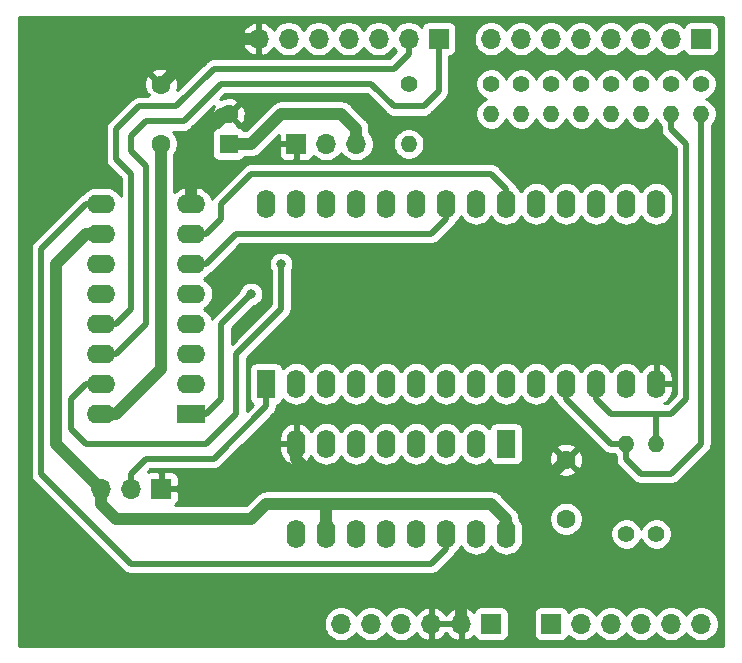
<source format=gtl>
G04 #@! TF.GenerationSoftware,KiCad,Pcbnew,(5.1.12)-1*
G04 #@! TF.CreationDate,2022-05-14T07:58:37+02:00*
G04 #@! TF.ProjectId,EPROM-Shield,4550524f-4d2d-4536-9869-656c642e6b69,rev?*
G04 #@! TF.SameCoordinates,Original*
G04 #@! TF.FileFunction,Copper,L1,Top*
G04 #@! TF.FilePolarity,Positive*
%FSLAX46Y46*%
G04 Gerber Fmt 4.6, Leading zero omitted, Abs format (unit mm)*
G04 Created by KiCad (PCBNEW (5.1.12)-1) date 2022-05-14 07:58:37*
%MOMM*%
%LPD*%
G01*
G04 APERTURE LIST*
G04 #@! TA.AperFunction,ComponentPad*
%ADD10C,1.600000*%
G04 #@! TD*
G04 #@! TA.AperFunction,ComponentPad*
%ADD11R,1.600000X1.600000*%
G04 #@! TD*
G04 #@! TA.AperFunction,ComponentPad*
%ADD12O,1.400000X1.400000*%
G04 #@! TD*
G04 #@! TA.AperFunction,ComponentPad*
%ADD13C,1.400000*%
G04 #@! TD*
G04 #@! TA.AperFunction,ComponentPad*
%ADD14O,1.600000X2.400000*%
G04 #@! TD*
G04 #@! TA.AperFunction,ComponentPad*
%ADD15R,1.600000X2.400000*%
G04 #@! TD*
G04 #@! TA.AperFunction,ComponentPad*
%ADD16O,1.700000X1.700000*%
G04 #@! TD*
G04 #@! TA.AperFunction,ComponentPad*
%ADD17R,1.700000X1.700000*%
G04 #@! TD*
G04 #@! TA.AperFunction,ComponentPad*
%ADD18O,2.400000X1.600000*%
G04 #@! TD*
G04 #@! TA.AperFunction,ComponentPad*
%ADD19R,2.400000X1.600000*%
G04 #@! TD*
G04 #@! TA.AperFunction,ViaPad*
%ADD20C,0.800000*%
G04 #@! TD*
G04 #@! TA.AperFunction,Conductor*
%ADD21C,1.000000*%
G04 #@! TD*
G04 #@! TA.AperFunction,Conductor*
%ADD22C,0.500000*%
G04 #@! TD*
G04 #@! TA.AperFunction,Conductor*
%ADD23C,0.254000*%
G04 #@! TD*
G04 #@! TA.AperFunction,Conductor*
%ADD24C,0.100000*%
G04 #@! TD*
G04 APERTURE END LIST*
D10*
G04 #@! TO.P,C3,2*
G04 #@! TO.N,GND*
X104775000Y-77510000D03*
D11*
G04 #@! TO.P,C3,1*
G04 #@! TO.N,VCC*
X104775000Y-80010000D03*
G04 #@! TD*
D12*
G04 #@! TO.P,R1,2*
G04 #@! TO.N,VCC*
X120015000Y-80010000D03*
D13*
G04 #@! TO.P,R1,1*
G04 #@! TO.N,/_OE*
X120015000Y-74930000D03*
G04 #@! TD*
D14*
G04 #@! TO.P,U3,28*
G04 #@! TO.N,VCC*
X107950000Y-85090000D03*
G04 #@! TO.P,U3,14*
G04 #@! TO.N,GND*
X140970000Y-100330000D03*
G04 #@! TO.P,U3,27*
G04 #@! TO.N,/WE*
X110490000Y-85090000D03*
G04 #@! TO.P,U3,13*
G04 #@! TO.N,Net-(R4-Pad2)*
X138430000Y-100330000D03*
G04 #@! TO.P,U3,26*
G04 #@! TO.N,/A13*
X113030000Y-85090000D03*
G04 #@! TO.P,U3,12*
G04 #@! TO.N,Net-(R11-Pad2)*
X135890000Y-100330000D03*
G04 #@! TO.P,U3,25*
G04 #@! TO.N,/A8*
X115570000Y-85090000D03*
G04 #@! TO.P,U3,11*
G04 #@! TO.N,Net-(R10-Pad2)*
X133350000Y-100330000D03*
G04 #@! TO.P,U3,24*
G04 #@! TO.N,/A9*
X118110000Y-85090000D03*
G04 #@! TO.P,U3,10*
G04 #@! TO.N,/A0*
X130810000Y-100330000D03*
G04 #@! TO.P,U3,23*
G04 #@! TO.N,/A11*
X120650000Y-85090000D03*
G04 #@! TO.P,U3,9*
G04 #@! TO.N,/A1*
X128270000Y-100330000D03*
G04 #@! TO.P,U3,22*
G04 #@! TO.N,/OE*
X123190000Y-85090000D03*
G04 #@! TO.P,U3,8*
G04 #@! TO.N,/A2*
X125730000Y-100330000D03*
G04 #@! TO.P,U3,21*
G04 #@! TO.N,/A10*
X125730000Y-85090000D03*
G04 #@! TO.P,U3,7*
G04 #@! TO.N,/A3*
X123190000Y-100330000D03*
G04 #@! TO.P,U3,20*
G04 #@! TO.N,/CS*
X128270000Y-85090000D03*
G04 #@! TO.P,U3,6*
G04 #@! TO.N,/A4*
X120650000Y-100330000D03*
G04 #@! TO.P,U3,19*
G04 #@! TO.N,Net-(R9-Pad2)*
X130810000Y-85090000D03*
G04 #@! TO.P,U3,5*
G04 #@! TO.N,/A5*
X118110000Y-100330000D03*
G04 #@! TO.P,U3,18*
G04 #@! TO.N,Net-(R8-Pad2)*
X133350000Y-85090000D03*
G04 #@! TO.P,U3,4*
G04 #@! TO.N,/A6*
X115570000Y-100330000D03*
G04 #@! TO.P,U3,17*
G04 #@! TO.N,Net-(R7-Pad2)*
X135890000Y-85090000D03*
G04 #@! TO.P,U3,3*
G04 #@! TO.N,/A7*
X113030000Y-100330000D03*
G04 #@! TO.P,U3,16*
G04 #@! TO.N,Net-(R6-Pad2)*
X138430000Y-85090000D03*
G04 #@! TO.P,U3,2*
G04 #@! TO.N,/A12*
X110490000Y-100330000D03*
G04 #@! TO.P,U3,15*
G04 #@! TO.N,Net-(R5-Pad2)*
X140970000Y-85090000D03*
D15*
G04 #@! TO.P,U3,1*
G04 #@! TO.N,/A14*
X107950000Y-100330000D03*
G04 #@! TD*
D12*
G04 #@! TO.P,R11,2*
G04 #@! TO.N,Net-(R11-Pad2)*
X140970000Y-105410000D03*
D13*
G04 #@! TO.P,R11,1*
G04 #@! TO.N,/AD1*
X140970000Y-113030000D03*
G04 #@! TD*
D12*
G04 #@! TO.P,R10,2*
G04 #@! TO.N,Net-(R10-Pad2)*
X138430000Y-105410000D03*
D13*
G04 #@! TO.P,R10,1*
G04 #@! TO.N,/AD0*
X138430000Y-113030000D03*
G04 #@! TD*
D16*
G04 #@! TO.P,J3,8*
G04 #@! TO.N,/D7*
X127000000Y-71120000D03*
G04 #@! TO.P,J3,7*
G04 #@! TO.N,/D6*
X129540000Y-71120000D03*
G04 #@! TO.P,J3,6*
G04 #@! TO.N,/D5*
X132080000Y-71120000D03*
G04 #@! TO.P,J3,5*
G04 #@! TO.N,/D4*
X134620000Y-71120000D03*
G04 #@! TO.P,J3,4*
G04 #@! TO.N,/D3*
X137160000Y-71120000D03*
G04 #@! TO.P,J3,3*
G04 #@! TO.N,/D2*
X139700000Y-71120000D03*
G04 #@! TO.P,J3,2*
G04 #@! TO.N,/D1*
X142240000Y-71120000D03*
D17*
G04 #@! TO.P,J3,1*
G04 #@! TO.N,/D0*
X144780000Y-71120000D03*
G04 #@! TD*
D16*
G04 #@! TO.P,J4,6*
G04 #@! TO.N,N/C*
X144780000Y-120650000D03*
G04 #@! TO.P,J4,5*
X142240000Y-120650000D03*
G04 #@! TO.P,J4,4*
X139700000Y-120650000D03*
G04 #@! TO.P,J4,3*
X137160000Y-120650000D03*
G04 #@! TO.P,J4,2*
G04 #@! TO.N,/AD1*
X134620000Y-120650000D03*
D17*
G04 #@! TO.P,J4,1*
G04 #@! TO.N,/AD0*
X132080000Y-120650000D03*
G04 #@! TD*
D16*
G04 #@! TO.P,J2,6*
G04 #@! TO.N,N/C*
X114300000Y-120650000D03*
G04 #@! TO.P,J2,5*
X116840000Y-120650000D03*
G04 #@! TO.P,J2,4*
G04 #@! TO.N,VCC*
X119380000Y-120650000D03*
G04 #@! TO.P,J2,3*
G04 #@! TO.N,GND*
X121920000Y-120650000D03*
G04 #@! TO.P,J2,2*
X124460000Y-120650000D03*
D17*
G04 #@! TO.P,J2,1*
G04 #@! TO.N,N/C*
X127000000Y-120650000D03*
G04 #@! TD*
D12*
G04 #@! TO.P,R4,2*
G04 #@! TO.N,Net-(R4-Pad2)*
X139700000Y-77470000D03*
D13*
G04 #@! TO.P,R4,1*
G04 #@! TO.N,/D2*
X139700000Y-74930000D03*
G04 #@! TD*
D12*
G04 #@! TO.P,R3,2*
G04 #@! TO.N,Net-(R11-Pad2)*
X142240000Y-77470000D03*
D13*
G04 #@! TO.P,R3,1*
G04 #@! TO.N,/D1*
X142240000Y-74930000D03*
G04 #@! TD*
D12*
G04 #@! TO.P,R2,2*
G04 #@! TO.N,Net-(R10-Pad2)*
X144780000Y-77470000D03*
D13*
G04 #@! TO.P,R2,1*
G04 #@! TO.N,/D0*
X144780000Y-74930000D03*
G04 #@! TD*
D16*
G04 #@! TO.P,J1,7*
G04 #@! TO.N,GND*
X107315000Y-71120000D03*
G04 #@! TO.P,J1,6*
G04 #@! TO.N,N/C*
X109855000Y-71120000D03*
G04 #@! TO.P,J1,5*
X112395000Y-71120000D03*
G04 #@! TO.P,J1,4*
G04 #@! TO.N,/SERCLK*
X114935000Y-71120000D03*
G04 #@! TO.P,J1,3*
G04 #@! TO.N,/RCLK*
X117475000Y-71120000D03*
G04 #@! TO.P,J1,2*
G04 #@! TO.N,/_OE*
X120015000Y-71120000D03*
D17*
G04 #@! TO.P,J1,1*
G04 #@! TO.N,/SER*
X122555000Y-71120000D03*
G04 #@! TD*
D12*
G04 #@! TO.P,R6,2*
G04 #@! TO.N,Net-(R6-Pad2)*
X134620000Y-77470000D03*
D13*
G04 #@! TO.P,R6,1*
G04 #@! TO.N,/D4*
X134620000Y-74930000D03*
G04 #@! TD*
D12*
G04 #@! TO.P,R8,2*
G04 #@! TO.N,Net-(R8-Pad2)*
X129540000Y-77470000D03*
D13*
G04 #@! TO.P,R8,1*
G04 #@! TO.N,/D6*
X129540000Y-74930000D03*
G04 #@! TD*
D12*
G04 #@! TO.P,R9,2*
G04 #@! TO.N,Net-(R9-Pad2)*
X127000000Y-77470000D03*
D13*
G04 #@! TO.P,R9,1*
G04 #@! TO.N,/D7*
X127000000Y-74930000D03*
G04 #@! TD*
D12*
G04 #@! TO.P,R7,2*
G04 #@! TO.N,Net-(R7-Pad2)*
X132080000Y-77470000D03*
D13*
G04 #@! TO.P,R7,1*
G04 #@! TO.N,/D5*
X132080000Y-74930000D03*
G04 #@! TD*
D12*
G04 #@! TO.P,R5,2*
G04 #@! TO.N,Net-(R5-Pad2)*
X137160000Y-77470000D03*
D13*
G04 #@! TO.P,R5,1*
G04 #@! TO.N,/D3*
X137160000Y-74930000D03*
G04 #@! TD*
D10*
G04 #@! TO.P,C2,2*
G04 #@! TO.N,GND*
X99060000Y-75010000D03*
G04 #@! TO.P,C2,1*
G04 #@! TO.N,VCC*
X99060000Y-80010000D03*
G04 #@! TD*
G04 #@! TO.P,C1,2*
G04 #@! TO.N,GND*
X133350000Y-106760000D03*
G04 #@! TO.P,C1,1*
G04 #@! TO.N,VCC*
X133350000Y-111760000D03*
G04 #@! TD*
D14*
G04 #@! TO.P,U2,16*
G04 #@! TO.N,VCC*
X128270000Y-113030000D03*
G04 #@! TO.P,U2,8*
G04 #@! TO.N,GND*
X110490000Y-105410000D03*
G04 #@! TO.P,U2,15*
G04 #@! TO.N,/A0*
X125730000Y-113030000D03*
G04 #@! TO.P,U2,7*
G04 #@! TO.N,/A7*
X113030000Y-105410000D03*
G04 #@! TO.P,U2,14*
G04 #@! TO.N,Net-(U1-Pad9)*
X123190000Y-113030000D03*
G04 #@! TO.P,U2,6*
G04 #@! TO.N,/A6*
X115570000Y-105410000D03*
G04 #@! TO.P,U2,13*
G04 #@! TO.N,/_OE*
X120650000Y-113030000D03*
G04 #@! TO.P,U2,5*
G04 #@! TO.N,/A5*
X118110000Y-105410000D03*
G04 #@! TO.P,U2,12*
G04 #@! TO.N,/RCLK*
X118110000Y-113030000D03*
G04 #@! TO.P,U2,4*
G04 #@! TO.N,/A4*
X120650000Y-105410000D03*
G04 #@! TO.P,U2,11*
G04 #@! TO.N,/SERCLK*
X115570000Y-113030000D03*
G04 #@! TO.P,U2,3*
G04 #@! TO.N,/A3*
X123190000Y-105410000D03*
G04 #@! TO.P,U2,10*
G04 #@! TO.N,VCC*
X113030000Y-113030000D03*
G04 #@! TO.P,U2,2*
G04 #@! TO.N,/A2*
X125730000Y-105410000D03*
G04 #@! TO.P,U2,9*
G04 #@! TO.N,N/C*
X110490000Y-113030000D03*
D15*
G04 #@! TO.P,U2,1*
G04 #@! TO.N,/A1*
X128270000Y-105410000D03*
G04 #@! TD*
D18*
G04 #@! TO.P,U1,16*
G04 #@! TO.N,VCC*
X93980000Y-102870000D03*
G04 #@! TO.P,U1,8*
G04 #@! TO.N,GND*
X101600000Y-85090000D03*
G04 #@! TO.P,U1,15*
G04 #@! TO.N,/A8*
X93980000Y-100330000D03*
G04 #@! TO.P,U1,7*
G04 #@! TO.N,/CS*
X101600000Y-87630000D03*
G04 #@! TO.P,U1,14*
G04 #@! TO.N,/SER*
X93980000Y-97790000D03*
G04 #@! TO.P,U1,6*
G04 #@! TO.N,/OE*
X101600000Y-90170000D03*
G04 #@! TO.P,U1,13*
G04 #@! TO.N,/_OE*
X93980000Y-95250000D03*
G04 #@! TO.P,U1,5*
G04 #@! TO.N,/WE*
X101600000Y-92710000D03*
G04 #@! TO.P,U1,12*
G04 #@! TO.N,/RCLK*
X93980000Y-92710000D03*
G04 #@! TO.P,U1,4*
G04 #@! TO.N,/A12*
X101600000Y-95250000D03*
G04 #@! TO.P,U1,11*
G04 #@! TO.N,/SERCLK*
X93980000Y-90170000D03*
G04 #@! TO.P,U1,3*
G04 #@! TO.N,/A11*
X101600000Y-97790000D03*
G04 #@! TO.P,U1,10*
G04 #@! TO.N,VCC*
X93980000Y-87630000D03*
G04 #@! TO.P,U1,2*
G04 #@! TO.N,/A10*
X101600000Y-100330000D03*
G04 #@! TO.P,U1,9*
G04 #@! TO.N,Net-(U1-Pad9)*
X93980000Y-85090000D03*
D19*
G04 #@! TO.P,U1,1*
G04 #@! TO.N,/A9*
X101600000Y-102870000D03*
G04 #@! TD*
D16*
G04 #@! TO.P,JP2,3*
G04 #@! TO.N,VCC*
X93980000Y-109220000D03*
G04 #@! TO.P,JP2,2*
G04 #@! TO.N,/A14*
X96520000Y-109220000D03*
D17*
G04 #@! TO.P,JP2,1*
G04 #@! TO.N,GND*
X99060000Y-109220000D03*
G04 #@! TD*
D16*
G04 #@! TO.P,JP1,3*
G04 #@! TO.N,VCC*
X115570000Y-80010000D03*
G04 #@! TO.P,JP1,2*
G04 #@! TO.N,/A13*
X113030000Y-80010000D03*
D17*
G04 #@! TO.P,JP1,1*
G04 #@! TO.N,GND*
X110490000Y-80010000D03*
G04 #@! TD*
D20*
G04 #@! TO.N,/A8*
X109220000Y-90170000D03*
G04 #@! TO.N,/A9*
X106680000Y-92710000D03*
G04 #@! TD*
D21*
G04 #@! TO.N,VCC*
X93980000Y-109220000D02*
X90170000Y-105410000D01*
X90170000Y-105410000D02*
X90170000Y-90170000D01*
X92710000Y-87630000D02*
X93980000Y-87630000D01*
X90170000Y-90170000D02*
X92710000Y-87630000D01*
X93980000Y-109220000D02*
X93980000Y-110490000D01*
X93980000Y-110490000D02*
X95250000Y-111760000D01*
X95250000Y-111760000D02*
X106680000Y-111760000D01*
X106680000Y-111760000D02*
X107950000Y-110490000D01*
X107950000Y-110490000D02*
X113030000Y-110490000D01*
X113030000Y-110490000D02*
X113030000Y-113030000D01*
X113030000Y-110490000D02*
X127000000Y-110490000D01*
X128270000Y-111760000D02*
X128270000Y-113030000D01*
X127000000Y-110490000D02*
X128270000Y-111760000D01*
X99060000Y-99060000D02*
X99060000Y-80010000D01*
X95250000Y-102870000D02*
X99060000Y-99060000D01*
X93980000Y-102870000D02*
X95250000Y-102870000D01*
X104775000Y-80010000D02*
X106680000Y-80010000D01*
X106680000Y-80010000D02*
X109220000Y-77470000D01*
X109220000Y-77470000D02*
X114300000Y-77470000D01*
X114300000Y-77470000D02*
X115570000Y-78740000D01*
X115570000Y-78740000D02*
X115570000Y-80010000D01*
G04 #@! TO.N,GND*
X132160000Y-107950000D02*
X133350000Y-106760000D01*
X110490000Y-106680000D02*
X111760000Y-107950000D01*
X110490000Y-105410000D02*
X110490000Y-106680000D01*
X124460000Y-120650000D02*
X124460000Y-118110000D01*
X124460000Y-118110000D02*
X127000000Y-115570000D01*
X127000000Y-115570000D02*
X130810000Y-115570000D01*
X130810000Y-115570000D02*
X130810000Y-107950000D01*
X130810000Y-107950000D02*
X132160000Y-107950000D01*
X111760000Y-107950000D02*
X130810000Y-107950000D01*
X102950000Y-71120000D02*
X107315000Y-71120000D01*
X99060000Y-75010000D02*
X102950000Y-71120000D01*
X101600000Y-85090000D02*
X101600000Y-80010000D01*
X101600000Y-80010000D02*
X104140000Y-77470000D01*
X104180000Y-77510000D02*
X104775000Y-77510000D01*
X104140000Y-77470000D02*
X104180000Y-77510000D01*
D22*
G04 #@! TO.N,/A14*
X107950000Y-102235000D02*
X107950000Y-100330000D01*
X103505000Y-106680000D02*
X107950000Y-102235000D01*
X97790000Y-106680000D02*
X103505000Y-106680000D01*
X96520000Y-107950000D02*
X97790000Y-106680000D01*
X96520000Y-109220000D02*
X96520000Y-107950000D01*
G04 #@! TO.N,/A8*
X109220000Y-90170000D02*
X109220000Y-93980000D01*
X109220000Y-93980000D02*
X105410000Y-97790000D01*
X105410000Y-97790000D02*
X105410000Y-102870000D01*
X105410000Y-102870000D02*
X102870000Y-105410000D01*
X102870000Y-105410000D02*
X92710000Y-105410000D01*
X92710000Y-105410000D02*
X91440000Y-104140000D01*
X91440000Y-104140000D02*
X91440000Y-101600000D01*
X91440000Y-101600000D02*
X92710000Y-100330000D01*
X92710000Y-100330000D02*
X93980000Y-100330000D01*
G04 #@! TO.N,/CS*
X128270000Y-83820000D02*
X128270000Y-85090000D01*
X127000000Y-82550000D02*
X128270000Y-83820000D01*
X106680000Y-82550000D02*
X127000000Y-82550000D01*
X106680000Y-82550000D02*
X104140000Y-85090000D01*
X104140000Y-85090000D02*
X104140000Y-86360000D01*
X104140000Y-86360000D02*
X102870000Y-87630000D01*
X102870000Y-87630000D02*
X101600000Y-87630000D01*
G04 #@! TO.N,/OE*
X121920000Y-87630000D02*
X123190000Y-86360000D01*
X105410000Y-87630000D02*
X121920000Y-87630000D01*
X102870000Y-90170000D02*
X105410000Y-87630000D01*
X123190000Y-86360000D02*
X123190000Y-85090000D01*
X101600000Y-90170000D02*
X102870000Y-90170000D01*
G04 #@! TO.N,Net-(U1-Pad9)*
X123190000Y-113030000D02*
X123190000Y-114300000D01*
X88900000Y-88900000D02*
X92710000Y-85090000D01*
X92710000Y-85090000D02*
X93980000Y-85090000D01*
X121920000Y-115570000D02*
X96520000Y-115570000D01*
X96520000Y-115570000D02*
X88900000Y-107950000D01*
X123190000Y-114300000D02*
X121920000Y-115570000D01*
X88900000Y-107950000D02*
X88900000Y-88900000D01*
G04 #@! TO.N,/A9*
X101600000Y-102870000D02*
X102870000Y-102870000D01*
X102870000Y-102870000D02*
X103250010Y-102489990D01*
X103250010Y-102489990D02*
X104140000Y-101600000D01*
X104140000Y-95250000D02*
X106680000Y-92710000D01*
X104140000Y-101600000D02*
X104140000Y-95250000D01*
G04 #@! TO.N,/SER*
X121285000Y-76835000D02*
X122555000Y-75565000D01*
X116840000Y-74930000D02*
X118745000Y-76835000D01*
X104140000Y-74930000D02*
X116840000Y-74930000D01*
X118745000Y-76835000D02*
X121285000Y-76835000D01*
X97790000Y-78105000D02*
X100965000Y-78105000D01*
X122555000Y-75565000D02*
X122555000Y-71120000D01*
X100965000Y-78105000D02*
X104140000Y-74930000D01*
X96520000Y-80645000D02*
X96520000Y-79375000D01*
X97790000Y-81915000D02*
X96520000Y-80645000D01*
X96520000Y-79375000D02*
X97790000Y-78105000D01*
X97790000Y-95250000D02*
X97790000Y-81915000D01*
X95250000Y-97790000D02*
X97790000Y-95250000D01*
X93980000Y-97790000D02*
X95250000Y-97790000D01*
G04 #@! TO.N,/_OE*
X95250000Y-95250000D02*
X93980000Y-95250000D01*
X96520000Y-93980000D02*
X95250000Y-95250000D01*
X96520000Y-82550000D02*
X96520000Y-93980000D01*
X95250000Y-81280000D02*
X96520000Y-82550000D01*
X100330000Y-76835000D02*
X97155000Y-76835000D01*
X103505000Y-73660000D02*
X100330000Y-76835000D01*
X97155000Y-76835000D02*
X95250000Y-78740000D01*
X118745000Y-73660000D02*
X103505000Y-73660000D01*
X95250000Y-78740000D02*
X95250000Y-81280000D01*
X120015000Y-72390000D02*
X118745000Y-73660000D01*
X120015000Y-71120000D02*
X120015000Y-72390000D01*
G04 #@! TO.N,Net-(R10-Pad2)*
X138430000Y-105410000D02*
X137160000Y-105410000D01*
X137160000Y-105410000D02*
X133350000Y-101600000D01*
X133350000Y-101600000D02*
X133350000Y-100330000D01*
X138430000Y-106680000D02*
X138430000Y-105410000D01*
X139700000Y-107950000D02*
X138430000Y-106680000D01*
X142240000Y-107950000D02*
X139700000Y-107950000D01*
X144780000Y-105410000D02*
X142240000Y-107950000D01*
X144780000Y-77470000D02*
X144780000Y-105410000D01*
G04 #@! TO.N,Net-(R11-Pad2)*
X142240000Y-78740000D02*
X142240000Y-77470000D01*
X143510000Y-80010000D02*
X142240000Y-78740000D01*
X143510000Y-101600000D02*
X143510000Y-80010000D01*
X135890000Y-101600000D02*
X135890000Y-100330000D01*
X137160000Y-102870000D02*
X135890000Y-101600000D01*
X142240000Y-102870000D02*
X137160000Y-102870000D01*
X142240000Y-102870000D02*
X143510000Y-101600000D01*
X140970000Y-105410000D02*
X140970000Y-102870000D01*
G04 #@! TD*
D23*
G04 #@! TO.N,GND*
X146635001Y-122505000D02*
X87045000Y-122505000D01*
X87045000Y-120503740D01*
X112815000Y-120503740D01*
X112815000Y-120796260D01*
X112872068Y-121083158D01*
X112984010Y-121353411D01*
X113146525Y-121596632D01*
X113353368Y-121803475D01*
X113596589Y-121965990D01*
X113866842Y-122077932D01*
X114153740Y-122135000D01*
X114446260Y-122135000D01*
X114733158Y-122077932D01*
X115003411Y-121965990D01*
X115246632Y-121803475D01*
X115453475Y-121596632D01*
X115570000Y-121422240D01*
X115686525Y-121596632D01*
X115893368Y-121803475D01*
X116136589Y-121965990D01*
X116406842Y-122077932D01*
X116693740Y-122135000D01*
X116986260Y-122135000D01*
X117273158Y-122077932D01*
X117543411Y-121965990D01*
X117786632Y-121803475D01*
X117993475Y-121596632D01*
X118110000Y-121422240D01*
X118226525Y-121596632D01*
X118433368Y-121803475D01*
X118676589Y-121965990D01*
X118946842Y-122077932D01*
X119233740Y-122135000D01*
X119526260Y-122135000D01*
X119813158Y-122077932D01*
X120083411Y-121965990D01*
X120326632Y-121803475D01*
X120533475Y-121596632D01*
X120655195Y-121414466D01*
X120724822Y-121531355D01*
X120919731Y-121747588D01*
X121153080Y-121921641D01*
X121415901Y-122046825D01*
X121563110Y-122091476D01*
X121793000Y-121970155D01*
X121793000Y-120777000D01*
X122047000Y-120777000D01*
X122047000Y-121970155D01*
X122276890Y-122091476D01*
X122424099Y-122046825D01*
X122686920Y-121921641D01*
X122920269Y-121747588D01*
X123115178Y-121531355D01*
X123190000Y-121405745D01*
X123264822Y-121531355D01*
X123459731Y-121747588D01*
X123693080Y-121921641D01*
X123955901Y-122046825D01*
X124103110Y-122091476D01*
X124333000Y-121970155D01*
X124333000Y-120777000D01*
X122047000Y-120777000D01*
X121793000Y-120777000D01*
X121773000Y-120777000D01*
X121773000Y-120523000D01*
X121793000Y-120523000D01*
X121793000Y-119329845D01*
X122047000Y-119329845D01*
X122047000Y-120523000D01*
X124333000Y-120523000D01*
X124333000Y-119329845D01*
X124587000Y-119329845D01*
X124587000Y-120523000D01*
X124607000Y-120523000D01*
X124607000Y-120777000D01*
X124587000Y-120777000D01*
X124587000Y-121970155D01*
X124816890Y-122091476D01*
X124964099Y-122046825D01*
X125226920Y-121921641D01*
X125460269Y-121747588D01*
X125536034Y-121663534D01*
X125560498Y-121744180D01*
X125619463Y-121854494D01*
X125698815Y-121951185D01*
X125795506Y-122030537D01*
X125905820Y-122089502D01*
X126025518Y-122125812D01*
X126150000Y-122138072D01*
X127850000Y-122138072D01*
X127974482Y-122125812D01*
X128094180Y-122089502D01*
X128204494Y-122030537D01*
X128301185Y-121951185D01*
X128380537Y-121854494D01*
X128439502Y-121744180D01*
X128475812Y-121624482D01*
X128488072Y-121500000D01*
X128488072Y-119800000D01*
X130591928Y-119800000D01*
X130591928Y-121500000D01*
X130604188Y-121624482D01*
X130640498Y-121744180D01*
X130699463Y-121854494D01*
X130778815Y-121951185D01*
X130875506Y-122030537D01*
X130985820Y-122089502D01*
X131105518Y-122125812D01*
X131230000Y-122138072D01*
X132930000Y-122138072D01*
X133054482Y-122125812D01*
X133174180Y-122089502D01*
X133284494Y-122030537D01*
X133381185Y-121951185D01*
X133460537Y-121854494D01*
X133519502Y-121744180D01*
X133541513Y-121671620D01*
X133673368Y-121803475D01*
X133916589Y-121965990D01*
X134186842Y-122077932D01*
X134473740Y-122135000D01*
X134766260Y-122135000D01*
X135053158Y-122077932D01*
X135323411Y-121965990D01*
X135566632Y-121803475D01*
X135773475Y-121596632D01*
X135890000Y-121422240D01*
X136006525Y-121596632D01*
X136213368Y-121803475D01*
X136456589Y-121965990D01*
X136726842Y-122077932D01*
X137013740Y-122135000D01*
X137306260Y-122135000D01*
X137593158Y-122077932D01*
X137863411Y-121965990D01*
X138106632Y-121803475D01*
X138313475Y-121596632D01*
X138430000Y-121422240D01*
X138546525Y-121596632D01*
X138753368Y-121803475D01*
X138996589Y-121965990D01*
X139266842Y-122077932D01*
X139553740Y-122135000D01*
X139846260Y-122135000D01*
X140133158Y-122077932D01*
X140403411Y-121965990D01*
X140646632Y-121803475D01*
X140853475Y-121596632D01*
X140970000Y-121422240D01*
X141086525Y-121596632D01*
X141293368Y-121803475D01*
X141536589Y-121965990D01*
X141806842Y-122077932D01*
X142093740Y-122135000D01*
X142386260Y-122135000D01*
X142673158Y-122077932D01*
X142943411Y-121965990D01*
X143186632Y-121803475D01*
X143393475Y-121596632D01*
X143510000Y-121422240D01*
X143626525Y-121596632D01*
X143833368Y-121803475D01*
X144076589Y-121965990D01*
X144346842Y-122077932D01*
X144633740Y-122135000D01*
X144926260Y-122135000D01*
X145213158Y-122077932D01*
X145483411Y-121965990D01*
X145726632Y-121803475D01*
X145933475Y-121596632D01*
X146095990Y-121353411D01*
X146207932Y-121083158D01*
X146265000Y-120796260D01*
X146265000Y-120503740D01*
X146207932Y-120216842D01*
X146095990Y-119946589D01*
X145933475Y-119703368D01*
X145726632Y-119496525D01*
X145483411Y-119334010D01*
X145213158Y-119222068D01*
X144926260Y-119165000D01*
X144633740Y-119165000D01*
X144346842Y-119222068D01*
X144076589Y-119334010D01*
X143833368Y-119496525D01*
X143626525Y-119703368D01*
X143510000Y-119877760D01*
X143393475Y-119703368D01*
X143186632Y-119496525D01*
X142943411Y-119334010D01*
X142673158Y-119222068D01*
X142386260Y-119165000D01*
X142093740Y-119165000D01*
X141806842Y-119222068D01*
X141536589Y-119334010D01*
X141293368Y-119496525D01*
X141086525Y-119703368D01*
X140970000Y-119877760D01*
X140853475Y-119703368D01*
X140646632Y-119496525D01*
X140403411Y-119334010D01*
X140133158Y-119222068D01*
X139846260Y-119165000D01*
X139553740Y-119165000D01*
X139266842Y-119222068D01*
X138996589Y-119334010D01*
X138753368Y-119496525D01*
X138546525Y-119703368D01*
X138430000Y-119877760D01*
X138313475Y-119703368D01*
X138106632Y-119496525D01*
X137863411Y-119334010D01*
X137593158Y-119222068D01*
X137306260Y-119165000D01*
X137013740Y-119165000D01*
X136726842Y-119222068D01*
X136456589Y-119334010D01*
X136213368Y-119496525D01*
X136006525Y-119703368D01*
X135890000Y-119877760D01*
X135773475Y-119703368D01*
X135566632Y-119496525D01*
X135323411Y-119334010D01*
X135053158Y-119222068D01*
X134766260Y-119165000D01*
X134473740Y-119165000D01*
X134186842Y-119222068D01*
X133916589Y-119334010D01*
X133673368Y-119496525D01*
X133541513Y-119628380D01*
X133519502Y-119555820D01*
X133460537Y-119445506D01*
X133381185Y-119348815D01*
X133284494Y-119269463D01*
X133174180Y-119210498D01*
X133054482Y-119174188D01*
X132930000Y-119161928D01*
X131230000Y-119161928D01*
X131105518Y-119174188D01*
X130985820Y-119210498D01*
X130875506Y-119269463D01*
X130778815Y-119348815D01*
X130699463Y-119445506D01*
X130640498Y-119555820D01*
X130604188Y-119675518D01*
X130591928Y-119800000D01*
X128488072Y-119800000D01*
X128475812Y-119675518D01*
X128439502Y-119555820D01*
X128380537Y-119445506D01*
X128301185Y-119348815D01*
X128204494Y-119269463D01*
X128094180Y-119210498D01*
X127974482Y-119174188D01*
X127850000Y-119161928D01*
X126150000Y-119161928D01*
X126025518Y-119174188D01*
X125905820Y-119210498D01*
X125795506Y-119269463D01*
X125698815Y-119348815D01*
X125619463Y-119445506D01*
X125560498Y-119555820D01*
X125536034Y-119636466D01*
X125460269Y-119552412D01*
X125226920Y-119378359D01*
X124964099Y-119253175D01*
X124816890Y-119208524D01*
X124587000Y-119329845D01*
X124333000Y-119329845D01*
X124103110Y-119208524D01*
X123955901Y-119253175D01*
X123693080Y-119378359D01*
X123459731Y-119552412D01*
X123264822Y-119768645D01*
X123190000Y-119894255D01*
X123115178Y-119768645D01*
X122920269Y-119552412D01*
X122686920Y-119378359D01*
X122424099Y-119253175D01*
X122276890Y-119208524D01*
X122047000Y-119329845D01*
X121793000Y-119329845D01*
X121563110Y-119208524D01*
X121415901Y-119253175D01*
X121153080Y-119378359D01*
X120919731Y-119552412D01*
X120724822Y-119768645D01*
X120655195Y-119885534D01*
X120533475Y-119703368D01*
X120326632Y-119496525D01*
X120083411Y-119334010D01*
X119813158Y-119222068D01*
X119526260Y-119165000D01*
X119233740Y-119165000D01*
X118946842Y-119222068D01*
X118676589Y-119334010D01*
X118433368Y-119496525D01*
X118226525Y-119703368D01*
X118110000Y-119877760D01*
X117993475Y-119703368D01*
X117786632Y-119496525D01*
X117543411Y-119334010D01*
X117273158Y-119222068D01*
X116986260Y-119165000D01*
X116693740Y-119165000D01*
X116406842Y-119222068D01*
X116136589Y-119334010D01*
X115893368Y-119496525D01*
X115686525Y-119703368D01*
X115570000Y-119877760D01*
X115453475Y-119703368D01*
X115246632Y-119496525D01*
X115003411Y-119334010D01*
X114733158Y-119222068D01*
X114446260Y-119165000D01*
X114153740Y-119165000D01*
X113866842Y-119222068D01*
X113596589Y-119334010D01*
X113353368Y-119496525D01*
X113146525Y-119703368D01*
X112984010Y-119946589D01*
X112872068Y-120216842D01*
X112815000Y-120503740D01*
X87045000Y-120503740D01*
X87045000Y-88900000D01*
X88010719Y-88900000D01*
X88015001Y-88943479D01*
X88015000Y-107906531D01*
X88010719Y-107950000D01*
X88015000Y-107993469D01*
X88015000Y-107993476D01*
X88027805Y-108123489D01*
X88078411Y-108290312D01*
X88160589Y-108444058D01*
X88271183Y-108578817D01*
X88304954Y-108606532D01*
X95863470Y-116165049D01*
X95891183Y-116198817D01*
X95924951Y-116226530D01*
X95924953Y-116226532D01*
X95996452Y-116285210D01*
X96025941Y-116309411D01*
X96179687Y-116391589D01*
X96346510Y-116442195D01*
X96476523Y-116455000D01*
X96476533Y-116455000D01*
X96519999Y-116459281D01*
X96563465Y-116455000D01*
X121876531Y-116455000D01*
X121920000Y-116459281D01*
X121963469Y-116455000D01*
X121963477Y-116455000D01*
X122093490Y-116442195D01*
X122260313Y-116391589D01*
X122414059Y-116309411D01*
X122548817Y-116198817D01*
X122576534Y-116165044D01*
X123785049Y-114956530D01*
X123818817Y-114928817D01*
X123888232Y-114844236D01*
X123929410Y-114794060D01*
X123980859Y-114697805D01*
X124011589Y-114640313D01*
X124022977Y-114602771D01*
X124209607Y-114449608D01*
X124388932Y-114231101D01*
X124460000Y-114098142D01*
X124531068Y-114231100D01*
X124710392Y-114449607D01*
X124928899Y-114628932D01*
X125178192Y-114762182D01*
X125448691Y-114844236D01*
X125730000Y-114871943D01*
X126011308Y-114844236D01*
X126281807Y-114762182D01*
X126531100Y-114628932D01*
X126749607Y-114449608D01*
X126928932Y-114231101D01*
X127000000Y-114098142D01*
X127071068Y-114231100D01*
X127250392Y-114449607D01*
X127468899Y-114628932D01*
X127718192Y-114762182D01*
X127988691Y-114844236D01*
X128270000Y-114871943D01*
X128551308Y-114844236D01*
X128821807Y-114762182D01*
X129071100Y-114628932D01*
X129289607Y-114449608D01*
X129468932Y-114231101D01*
X129602182Y-113981808D01*
X129684236Y-113711309D01*
X129705000Y-113500492D01*
X129705000Y-112559509D01*
X129684236Y-112348691D01*
X129602182Y-112078192D01*
X129468932Y-111828899D01*
X129410231Y-111757372D01*
X129405000Y-111704255D01*
X129405000Y-111704248D01*
X129396571Y-111618665D01*
X131915000Y-111618665D01*
X131915000Y-111901335D01*
X131970147Y-112178574D01*
X132078320Y-112439727D01*
X132235363Y-112674759D01*
X132435241Y-112874637D01*
X132670273Y-113031680D01*
X132931426Y-113139853D01*
X133208665Y-113195000D01*
X133491335Y-113195000D01*
X133768574Y-113139853D01*
X134029727Y-113031680D01*
X134229024Y-112898514D01*
X137095000Y-112898514D01*
X137095000Y-113161486D01*
X137146304Y-113419405D01*
X137246939Y-113662359D01*
X137393038Y-113881013D01*
X137578987Y-114066962D01*
X137797641Y-114213061D01*
X138040595Y-114313696D01*
X138298514Y-114365000D01*
X138561486Y-114365000D01*
X138819405Y-114313696D01*
X139062359Y-114213061D01*
X139281013Y-114066962D01*
X139466962Y-113881013D01*
X139613061Y-113662359D01*
X139700000Y-113452470D01*
X139786939Y-113662359D01*
X139933038Y-113881013D01*
X140118987Y-114066962D01*
X140337641Y-114213061D01*
X140580595Y-114313696D01*
X140838514Y-114365000D01*
X141101486Y-114365000D01*
X141359405Y-114313696D01*
X141602359Y-114213061D01*
X141821013Y-114066962D01*
X142006962Y-113881013D01*
X142153061Y-113662359D01*
X142253696Y-113419405D01*
X142305000Y-113161486D01*
X142305000Y-112898514D01*
X142253696Y-112640595D01*
X142153061Y-112397641D01*
X142006962Y-112178987D01*
X141821013Y-111993038D01*
X141602359Y-111846939D01*
X141359405Y-111746304D01*
X141101486Y-111695000D01*
X140838514Y-111695000D01*
X140580595Y-111746304D01*
X140337641Y-111846939D01*
X140118987Y-111993038D01*
X139933038Y-112178987D01*
X139786939Y-112397641D01*
X139700000Y-112607530D01*
X139613061Y-112397641D01*
X139466962Y-112178987D01*
X139281013Y-111993038D01*
X139062359Y-111846939D01*
X138819405Y-111746304D01*
X138561486Y-111695000D01*
X138298514Y-111695000D01*
X138040595Y-111746304D01*
X137797641Y-111846939D01*
X137578987Y-111993038D01*
X137393038Y-112178987D01*
X137246939Y-112397641D01*
X137146304Y-112640595D01*
X137095000Y-112898514D01*
X134229024Y-112898514D01*
X134264759Y-112874637D01*
X134464637Y-112674759D01*
X134621680Y-112439727D01*
X134729853Y-112178574D01*
X134785000Y-111901335D01*
X134785000Y-111618665D01*
X134729853Y-111341426D01*
X134621680Y-111080273D01*
X134464637Y-110845241D01*
X134264759Y-110645363D01*
X134029727Y-110488320D01*
X133768574Y-110380147D01*
X133491335Y-110325000D01*
X133208665Y-110325000D01*
X132931426Y-110380147D01*
X132670273Y-110488320D01*
X132435241Y-110645363D01*
X132235363Y-110845241D01*
X132078320Y-111080273D01*
X131970147Y-111341426D01*
X131915000Y-111618665D01*
X129396571Y-111618665D01*
X129388577Y-111537501D01*
X129323676Y-111323553D01*
X129218284Y-111126377D01*
X129076449Y-110953551D01*
X129033140Y-110918008D01*
X127841996Y-109726865D01*
X127806449Y-109683551D01*
X127633623Y-109541716D01*
X127436447Y-109436324D01*
X127222499Y-109371423D01*
X127055752Y-109355000D01*
X127055751Y-109355000D01*
X127000000Y-109349509D01*
X126944249Y-109355000D01*
X113085751Y-109355000D01*
X113030000Y-109349509D01*
X112974248Y-109355000D01*
X108005743Y-109355000D01*
X107949999Y-109349510D01*
X107894255Y-109355000D01*
X107894248Y-109355000D01*
X107748493Y-109369356D01*
X107727500Y-109371423D01*
X107677705Y-109386529D01*
X107513553Y-109436324D01*
X107316377Y-109541716D01*
X107143551Y-109683551D01*
X107108008Y-109726860D01*
X106209869Y-110625000D01*
X100218728Y-110625000D01*
X100264494Y-110600537D01*
X100361185Y-110521185D01*
X100440537Y-110424494D01*
X100499502Y-110314180D01*
X100535812Y-110194482D01*
X100548072Y-110070000D01*
X100545000Y-109505750D01*
X100386250Y-109347000D01*
X99187000Y-109347000D01*
X99187000Y-109367000D01*
X98933000Y-109367000D01*
X98933000Y-109347000D01*
X98913000Y-109347000D01*
X98913000Y-109093000D01*
X98933000Y-109093000D01*
X98933000Y-107893750D01*
X99187000Y-107893750D01*
X99187000Y-109093000D01*
X100386250Y-109093000D01*
X100545000Y-108934250D01*
X100548072Y-108370000D01*
X100535812Y-108245518D01*
X100499502Y-108125820D01*
X100440537Y-108015506D01*
X100361185Y-107918815D01*
X100264494Y-107839463D01*
X100154180Y-107780498D01*
X100062549Y-107752702D01*
X132536903Y-107752702D01*
X132608486Y-107996671D01*
X132863996Y-108117571D01*
X133138184Y-108186300D01*
X133420512Y-108200217D01*
X133700130Y-108158787D01*
X133966292Y-108063603D01*
X134091514Y-107996671D01*
X134163097Y-107752702D01*
X133350000Y-106939605D01*
X132536903Y-107752702D01*
X100062549Y-107752702D01*
X100034482Y-107744188D01*
X99910000Y-107731928D01*
X99345750Y-107735000D01*
X99187000Y-107893750D01*
X98933000Y-107893750D01*
X98774250Y-107735000D01*
X98210000Y-107731928D01*
X98085518Y-107744188D01*
X97965820Y-107780498D01*
X97912672Y-107808907D01*
X98156579Y-107565000D01*
X103461531Y-107565000D01*
X103505000Y-107569281D01*
X103548469Y-107565000D01*
X103548477Y-107565000D01*
X103678490Y-107552195D01*
X103845313Y-107501589D01*
X103999059Y-107419411D01*
X104133817Y-107308817D01*
X104161534Y-107275044D01*
X105899578Y-105537000D01*
X109055000Y-105537000D01*
X109055000Y-105937000D01*
X109107350Y-106214514D01*
X109212834Y-106476483D01*
X109367399Y-106712839D01*
X109565105Y-106914500D01*
X109798354Y-107073715D01*
X110058182Y-107184367D01*
X110140961Y-107201904D01*
X110363000Y-107079915D01*
X110363000Y-105537000D01*
X109055000Y-105537000D01*
X105899578Y-105537000D01*
X106553578Y-104883000D01*
X109055000Y-104883000D01*
X109055000Y-105283000D01*
X110363000Y-105283000D01*
X110363000Y-103740085D01*
X110617000Y-103740085D01*
X110617000Y-105283000D01*
X110637000Y-105283000D01*
X110637000Y-105537000D01*
X110617000Y-105537000D01*
X110617000Y-107079915D01*
X110839039Y-107201904D01*
X110921818Y-107184367D01*
X111181646Y-107073715D01*
X111414895Y-106914500D01*
X111612601Y-106712839D01*
X111762735Y-106483258D01*
X111831068Y-106611100D01*
X112010392Y-106829607D01*
X112228899Y-107008932D01*
X112478192Y-107142182D01*
X112748691Y-107224236D01*
X113030000Y-107251943D01*
X113311308Y-107224236D01*
X113581807Y-107142182D01*
X113831100Y-107008932D01*
X114049607Y-106829608D01*
X114228932Y-106611101D01*
X114300000Y-106478142D01*
X114371068Y-106611100D01*
X114550392Y-106829607D01*
X114768899Y-107008932D01*
X115018192Y-107142182D01*
X115288691Y-107224236D01*
X115570000Y-107251943D01*
X115851308Y-107224236D01*
X116121807Y-107142182D01*
X116371100Y-107008932D01*
X116589607Y-106829608D01*
X116768932Y-106611101D01*
X116840000Y-106478142D01*
X116911068Y-106611100D01*
X117090392Y-106829607D01*
X117308899Y-107008932D01*
X117558192Y-107142182D01*
X117828691Y-107224236D01*
X118110000Y-107251943D01*
X118391308Y-107224236D01*
X118661807Y-107142182D01*
X118911100Y-107008932D01*
X119129607Y-106829608D01*
X119308932Y-106611101D01*
X119380000Y-106478142D01*
X119451068Y-106611100D01*
X119630392Y-106829607D01*
X119848899Y-107008932D01*
X120098192Y-107142182D01*
X120368691Y-107224236D01*
X120650000Y-107251943D01*
X120931308Y-107224236D01*
X121201807Y-107142182D01*
X121451100Y-107008932D01*
X121669607Y-106829608D01*
X121848932Y-106611101D01*
X121920000Y-106478142D01*
X121991068Y-106611100D01*
X122170392Y-106829607D01*
X122388899Y-107008932D01*
X122638192Y-107142182D01*
X122908691Y-107224236D01*
X123190000Y-107251943D01*
X123471308Y-107224236D01*
X123741807Y-107142182D01*
X123991100Y-107008932D01*
X124209607Y-106829608D01*
X124388932Y-106611101D01*
X124460000Y-106478142D01*
X124531068Y-106611100D01*
X124710392Y-106829607D01*
X124928899Y-107008932D01*
X125178192Y-107142182D01*
X125448691Y-107224236D01*
X125730000Y-107251943D01*
X126011308Y-107224236D01*
X126281807Y-107142182D01*
X126531100Y-107008932D01*
X126749607Y-106829608D01*
X126842419Y-106716517D01*
X126844188Y-106734482D01*
X126880498Y-106854180D01*
X126939463Y-106964494D01*
X127018815Y-107061185D01*
X127115506Y-107140537D01*
X127225820Y-107199502D01*
X127345518Y-107235812D01*
X127470000Y-107248072D01*
X129070000Y-107248072D01*
X129194482Y-107235812D01*
X129314180Y-107199502D01*
X129424494Y-107140537D01*
X129521185Y-107061185D01*
X129600537Y-106964494D01*
X129659502Y-106854180D01*
X129666681Y-106830512D01*
X131909783Y-106830512D01*
X131951213Y-107110130D01*
X132046397Y-107376292D01*
X132113329Y-107501514D01*
X132357298Y-107573097D01*
X133170395Y-106760000D01*
X133529605Y-106760000D01*
X134342702Y-107573097D01*
X134586671Y-107501514D01*
X134707571Y-107246004D01*
X134776300Y-106971816D01*
X134790217Y-106689488D01*
X134748787Y-106409870D01*
X134653603Y-106143708D01*
X134586671Y-106018486D01*
X134342702Y-105946903D01*
X133529605Y-106760000D01*
X133170395Y-106760000D01*
X132357298Y-105946903D01*
X132113329Y-106018486D01*
X131992429Y-106273996D01*
X131923700Y-106548184D01*
X131909783Y-106830512D01*
X129666681Y-106830512D01*
X129695812Y-106734482D01*
X129708072Y-106610000D01*
X129708072Y-105767298D01*
X132536903Y-105767298D01*
X133350000Y-106580395D01*
X134163097Y-105767298D01*
X134091514Y-105523329D01*
X133836004Y-105402429D01*
X133561816Y-105333700D01*
X133279488Y-105319783D01*
X132999870Y-105361213D01*
X132733708Y-105456397D01*
X132608486Y-105523329D01*
X132536903Y-105767298D01*
X129708072Y-105767298D01*
X129708072Y-104210000D01*
X129695812Y-104085518D01*
X129659502Y-103965820D01*
X129600537Y-103855506D01*
X129521185Y-103758815D01*
X129424494Y-103679463D01*
X129314180Y-103620498D01*
X129194482Y-103584188D01*
X129070000Y-103571928D01*
X127470000Y-103571928D01*
X127345518Y-103584188D01*
X127225820Y-103620498D01*
X127115506Y-103679463D01*
X127018815Y-103758815D01*
X126939463Y-103855506D01*
X126880498Y-103965820D01*
X126844188Y-104085518D01*
X126842419Y-104103482D01*
X126749608Y-103990392D01*
X126531101Y-103811068D01*
X126281808Y-103677818D01*
X126011309Y-103595764D01*
X125730000Y-103568057D01*
X125448692Y-103595764D01*
X125178193Y-103677818D01*
X124928900Y-103811068D01*
X124710393Y-103990392D01*
X124531068Y-104208899D01*
X124460000Y-104341858D01*
X124388932Y-104208899D01*
X124209608Y-103990392D01*
X123991101Y-103811068D01*
X123741808Y-103677818D01*
X123471309Y-103595764D01*
X123190000Y-103568057D01*
X122908692Y-103595764D01*
X122638193Y-103677818D01*
X122388900Y-103811068D01*
X122170393Y-103990392D01*
X121991068Y-104208899D01*
X121920000Y-104341858D01*
X121848932Y-104208899D01*
X121669608Y-103990392D01*
X121451101Y-103811068D01*
X121201808Y-103677818D01*
X120931309Y-103595764D01*
X120650000Y-103568057D01*
X120368692Y-103595764D01*
X120098193Y-103677818D01*
X119848900Y-103811068D01*
X119630393Y-103990392D01*
X119451068Y-104208899D01*
X119380000Y-104341858D01*
X119308932Y-104208899D01*
X119129608Y-103990392D01*
X118911101Y-103811068D01*
X118661808Y-103677818D01*
X118391309Y-103595764D01*
X118110000Y-103568057D01*
X117828692Y-103595764D01*
X117558193Y-103677818D01*
X117308900Y-103811068D01*
X117090393Y-103990392D01*
X116911068Y-104208899D01*
X116840000Y-104341858D01*
X116768932Y-104208899D01*
X116589608Y-103990392D01*
X116371101Y-103811068D01*
X116121808Y-103677818D01*
X115851309Y-103595764D01*
X115570000Y-103568057D01*
X115288692Y-103595764D01*
X115018193Y-103677818D01*
X114768900Y-103811068D01*
X114550393Y-103990392D01*
X114371068Y-104208899D01*
X114300000Y-104341858D01*
X114228932Y-104208899D01*
X114049608Y-103990392D01*
X113831101Y-103811068D01*
X113581808Y-103677818D01*
X113311309Y-103595764D01*
X113030000Y-103568057D01*
X112748692Y-103595764D01*
X112478193Y-103677818D01*
X112228900Y-103811068D01*
X112010393Y-103990392D01*
X111831068Y-104208899D01*
X111762735Y-104336741D01*
X111612601Y-104107161D01*
X111414895Y-103905500D01*
X111181646Y-103746285D01*
X110921818Y-103635633D01*
X110839039Y-103618096D01*
X110617000Y-103740085D01*
X110363000Y-103740085D01*
X110140961Y-103618096D01*
X110058182Y-103635633D01*
X109798354Y-103746285D01*
X109565105Y-103905500D01*
X109367399Y-104107161D01*
X109212834Y-104343517D01*
X109107350Y-104605486D01*
X109055000Y-104883000D01*
X106553578Y-104883000D01*
X108545050Y-102891528D01*
X108578817Y-102863817D01*
X108689411Y-102729059D01*
X108771589Y-102575313D01*
X108822195Y-102408490D01*
X108835000Y-102278477D01*
X108835000Y-102278467D01*
X108839281Y-102235001D01*
X108835000Y-102191535D01*
X108835000Y-102159701D01*
X108874482Y-102155812D01*
X108994180Y-102119502D01*
X109104494Y-102060537D01*
X109201185Y-101981185D01*
X109280537Y-101884494D01*
X109339502Y-101774180D01*
X109375812Y-101654482D01*
X109377581Y-101636517D01*
X109470393Y-101749608D01*
X109688900Y-101928932D01*
X109938193Y-102062182D01*
X110208692Y-102144236D01*
X110490000Y-102171943D01*
X110771309Y-102144236D01*
X111041808Y-102062182D01*
X111291101Y-101928932D01*
X111509608Y-101749608D01*
X111688932Y-101531101D01*
X111760000Y-101398142D01*
X111831068Y-101531101D01*
X112010393Y-101749608D01*
X112228900Y-101928932D01*
X112478193Y-102062182D01*
X112748692Y-102144236D01*
X113030000Y-102171943D01*
X113311309Y-102144236D01*
X113581808Y-102062182D01*
X113831101Y-101928932D01*
X114049608Y-101749608D01*
X114228932Y-101531101D01*
X114300000Y-101398142D01*
X114371068Y-101531101D01*
X114550393Y-101749608D01*
X114768900Y-101928932D01*
X115018193Y-102062182D01*
X115288692Y-102144236D01*
X115570000Y-102171943D01*
X115851309Y-102144236D01*
X116121808Y-102062182D01*
X116371101Y-101928932D01*
X116589608Y-101749608D01*
X116768932Y-101531101D01*
X116840000Y-101398142D01*
X116911068Y-101531101D01*
X117090393Y-101749608D01*
X117308900Y-101928932D01*
X117558193Y-102062182D01*
X117828692Y-102144236D01*
X118110000Y-102171943D01*
X118391309Y-102144236D01*
X118661808Y-102062182D01*
X118911101Y-101928932D01*
X119129608Y-101749608D01*
X119308932Y-101531101D01*
X119380000Y-101398142D01*
X119451068Y-101531101D01*
X119630393Y-101749608D01*
X119848900Y-101928932D01*
X120098193Y-102062182D01*
X120368692Y-102144236D01*
X120650000Y-102171943D01*
X120931309Y-102144236D01*
X121201808Y-102062182D01*
X121451101Y-101928932D01*
X121669608Y-101749608D01*
X121848932Y-101531101D01*
X121920000Y-101398142D01*
X121991068Y-101531101D01*
X122170393Y-101749608D01*
X122388900Y-101928932D01*
X122638193Y-102062182D01*
X122908692Y-102144236D01*
X123190000Y-102171943D01*
X123471309Y-102144236D01*
X123741808Y-102062182D01*
X123991101Y-101928932D01*
X124209608Y-101749608D01*
X124388932Y-101531101D01*
X124460000Y-101398142D01*
X124531068Y-101531101D01*
X124710393Y-101749608D01*
X124928900Y-101928932D01*
X125178193Y-102062182D01*
X125448692Y-102144236D01*
X125730000Y-102171943D01*
X126011309Y-102144236D01*
X126281808Y-102062182D01*
X126531101Y-101928932D01*
X126749608Y-101749608D01*
X126928932Y-101531101D01*
X127000000Y-101398142D01*
X127071068Y-101531101D01*
X127250393Y-101749608D01*
X127468900Y-101928932D01*
X127718193Y-102062182D01*
X127988692Y-102144236D01*
X128270000Y-102171943D01*
X128551309Y-102144236D01*
X128821808Y-102062182D01*
X129071101Y-101928932D01*
X129289608Y-101749608D01*
X129468932Y-101531101D01*
X129540000Y-101398142D01*
X129611068Y-101531101D01*
X129790393Y-101749608D01*
X130008900Y-101928932D01*
X130258193Y-102062182D01*
X130528692Y-102144236D01*
X130810000Y-102171943D01*
X131091309Y-102144236D01*
X131361808Y-102062182D01*
X131611101Y-101928932D01*
X131829608Y-101749608D01*
X132008932Y-101531101D01*
X132080000Y-101398142D01*
X132151068Y-101531101D01*
X132330393Y-101749608D01*
X132517023Y-101902771D01*
X132528411Y-101940312D01*
X132610589Y-102094058D01*
X132721183Y-102228817D01*
X132754954Y-102256532D01*
X136503468Y-106005047D01*
X136531183Y-106038817D01*
X136564951Y-106066530D01*
X136564953Y-106066532D01*
X136665941Y-106149411D01*
X136819686Y-106231589D01*
X136916683Y-106261013D01*
X136986510Y-106282195D01*
X137116523Y-106295000D01*
X137116531Y-106295000D01*
X137160000Y-106299281D01*
X137203469Y-106295000D01*
X137427025Y-106295000D01*
X137545000Y-106412975D01*
X137545000Y-106636530D01*
X137540719Y-106680000D01*
X137545000Y-106723469D01*
X137545000Y-106723476D01*
X137555453Y-106829607D01*
X137557805Y-106853490D01*
X137573157Y-106904096D01*
X137608411Y-107020312D01*
X137690589Y-107174058D01*
X137801183Y-107308817D01*
X137834954Y-107336532D01*
X139043470Y-108545049D01*
X139071183Y-108578817D01*
X139104951Y-108606530D01*
X139104953Y-108606532D01*
X139176452Y-108665210D01*
X139205941Y-108689411D01*
X139359687Y-108771589D01*
X139526510Y-108822195D01*
X139656523Y-108835000D01*
X139656533Y-108835000D01*
X139699999Y-108839281D01*
X139743465Y-108835000D01*
X142196531Y-108835000D01*
X142240000Y-108839281D01*
X142283469Y-108835000D01*
X142283477Y-108835000D01*
X142413490Y-108822195D01*
X142580313Y-108771589D01*
X142734059Y-108689411D01*
X142868817Y-108578817D01*
X142896534Y-108545044D01*
X145375049Y-106066530D01*
X145408817Y-106038817D01*
X145519411Y-105904059D01*
X145601589Y-105750313D01*
X145652195Y-105583490D01*
X145665000Y-105453477D01*
X145665000Y-105453467D01*
X145669281Y-105410001D01*
X145665000Y-105366535D01*
X145665000Y-78472975D01*
X145816962Y-78321013D01*
X145963061Y-78102359D01*
X146063696Y-77859405D01*
X146115000Y-77601486D01*
X146115000Y-77338514D01*
X146063696Y-77080595D01*
X145963061Y-76837641D01*
X145816962Y-76618987D01*
X145631013Y-76433038D01*
X145412359Y-76286939D01*
X145202470Y-76200000D01*
X145412359Y-76113061D01*
X145631013Y-75966962D01*
X145816962Y-75781013D01*
X145963061Y-75562359D01*
X146063696Y-75319405D01*
X146115000Y-75061486D01*
X146115000Y-74798514D01*
X146063696Y-74540595D01*
X145963061Y-74297641D01*
X145816962Y-74078987D01*
X145631013Y-73893038D01*
X145412359Y-73746939D01*
X145169405Y-73646304D01*
X144911486Y-73595000D01*
X144648514Y-73595000D01*
X144390595Y-73646304D01*
X144147641Y-73746939D01*
X143928987Y-73893038D01*
X143743038Y-74078987D01*
X143596939Y-74297641D01*
X143510000Y-74507530D01*
X143423061Y-74297641D01*
X143276962Y-74078987D01*
X143091013Y-73893038D01*
X142872359Y-73746939D01*
X142629405Y-73646304D01*
X142371486Y-73595000D01*
X142108514Y-73595000D01*
X141850595Y-73646304D01*
X141607641Y-73746939D01*
X141388987Y-73893038D01*
X141203038Y-74078987D01*
X141056939Y-74297641D01*
X140970000Y-74507530D01*
X140883061Y-74297641D01*
X140736962Y-74078987D01*
X140551013Y-73893038D01*
X140332359Y-73746939D01*
X140089405Y-73646304D01*
X139831486Y-73595000D01*
X139568514Y-73595000D01*
X139310595Y-73646304D01*
X139067641Y-73746939D01*
X138848987Y-73893038D01*
X138663038Y-74078987D01*
X138516939Y-74297641D01*
X138430000Y-74507530D01*
X138343061Y-74297641D01*
X138196962Y-74078987D01*
X138011013Y-73893038D01*
X137792359Y-73746939D01*
X137549405Y-73646304D01*
X137291486Y-73595000D01*
X137028514Y-73595000D01*
X136770595Y-73646304D01*
X136527641Y-73746939D01*
X136308987Y-73893038D01*
X136123038Y-74078987D01*
X135976939Y-74297641D01*
X135890000Y-74507530D01*
X135803061Y-74297641D01*
X135656962Y-74078987D01*
X135471013Y-73893038D01*
X135252359Y-73746939D01*
X135009405Y-73646304D01*
X134751486Y-73595000D01*
X134488514Y-73595000D01*
X134230595Y-73646304D01*
X133987641Y-73746939D01*
X133768987Y-73893038D01*
X133583038Y-74078987D01*
X133436939Y-74297641D01*
X133350000Y-74507530D01*
X133263061Y-74297641D01*
X133116962Y-74078987D01*
X132931013Y-73893038D01*
X132712359Y-73746939D01*
X132469405Y-73646304D01*
X132211486Y-73595000D01*
X131948514Y-73595000D01*
X131690595Y-73646304D01*
X131447641Y-73746939D01*
X131228987Y-73893038D01*
X131043038Y-74078987D01*
X130896939Y-74297641D01*
X130810000Y-74507530D01*
X130723061Y-74297641D01*
X130576962Y-74078987D01*
X130391013Y-73893038D01*
X130172359Y-73746939D01*
X129929405Y-73646304D01*
X129671486Y-73595000D01*
X129408514Y-73595000D01*
X129150595Y-73646304D01*
X128907641Y-73746939D01*
X128688987Y-73893038D01*
X128503038Y-74078987D01*
X128356939Y-74297641D01*
X128270000Y-74507530D01*
X128183061Y-74297641D01*
X128036962Y-74078987D01*
X127851013Y-73893038D01*
X127632359Y-73746939D01*
X127389405Y-73646304D01*
X127131486Y-73595000D01*
X126868514Y-73595000D01*
X126610595Y-73646304D01*
X126367641Y-73746939D01*
X126148987Y-73893038D01*
X125963038Y-74078987D01*
X125816939Y-74297641D01*
X125716304Y-74540595D01*
X125665000Y-74798514D01*
X125665000Y-75061486D01*
X125716304Y-75319405D01*
X125816939Y-75562359D01*
X125963038Y-75781013D01*
X126148987Y-75966962D01*
X126367641Y-76113061D01*
X126577530Y-76200000D01*
X126367641Y-76286939D01*
X126148987Y-76433038D01*
X125963038Y-76618987D01*
X125816939Y-76837641D01*
X125716304Y-77080595D01*
X125665000Y-77338514D01*
X125665000Y-77601486D01*
X125716304Y-77859405D01*
X125816939Y-78102359D01*
X125963038Y-78321013D01*
X126148987Y-78506962D01*
X126367641Y-78653061D01*
X126610595Y-78753696D01*
X126868514Y-78805000D01*
X127131486Y-78805000D01*
X127389405Y-78753696D01*
X127632359Y-78653061D01*
X127851013Y-78506962D01*
X128036962Y-78321013D01*
X128183061Y-78102359D01*
X128270000Y-77892470D01*
X128356939Y-78102359D01*
X128503038Y-78321013D01*
X128688987Y-78506962D01*
X128907641Y-78653061D01*
X129150595Y-78753696D01*
X129408514Y-78805000D01*
X129671486Y-78805000D01*
X129929405Y-78753696D01*
X130172359Y-78653061D01*
X130391013Y-78506962D01*
X130576962Y-78321013D01*
X130723061Y-78102359D01*
X130810000Y-77892470D01*
X130896939Y-78102359D01*
X131043038Y-78321013D01*
X131228987Y-78506962D01*
X131447641Y-78653061D01*
X131690595Y-78753696D01*
X131948514Y-78805000D01*
X132211486Y-78805000D01*
X132469405Y-78753696D01*
X132712359Y-78653061D01*
X132931013Y-78506962D01*
X133116962Y-78321013D01*
X133263061Y-78102359D01*
X133350000Y-77892470D01*
X133436939Y-78102359D01*
X133583038Y-78321013D01*
X133768987Y-78506962D01*
X133987641Y-78653061D01*
X134230595Y-78753696D01*
X134488514Y-78805000D01*
X134751486Y-78805000D01*
X135009405Y-78753696D01*
X135252359Y-78653061D01*
X135471013Y-78506962D01*
X135656962Y-78321013D01*
X135803061Y-78102359D01*
X135890000Y-77892470D01*
X135976939Y-78102359D01*
X136123038Y-78321013D01*
X136308987Y-78506962D01*
X136527641Y-78653061D01*
X136770595Y-78753696D01*
X137028514Y-78805000D01*
X137291486Y-78805000D01*
X137549405Y-78753696D01*
X137792359Y-78653061D01*
X138011013Y-78506962D01*
X138196962Y-78321013D01*
X138343061Y-78102359D01*
X138430000Y-77892470D01*
X138516939Y-78102359D01*
X138663038Y-78321013D01*
X138848987Y-78506962D01*
X139067641Y-78653061D01*
X139310595Y-78753696D01*
X139568514Y-78805000D01*
X139831486Y-78805000D01*
X140089405Y-78753696D01*
X140332359Y-78653061D01*
X140551013Y-78506962D01*
X140736962Y-78321013D01*
X140883061Y-78102359D01*
X140970000Y-77892470D01*
X141056939Y-78102359D01*
X141203038Y-78321013D01*
X141355000Y-78472975D01*
X141355000Y-78696530D01*
X141350719Y-78740000D01*
X141355000Y-78783469D01*
X141355000Y-78783476D01*
X141364014Y-78875000D01*
X141367805Y-78913490D01*
X141371779Y-78926589D01*
X141418411Y-79080312D01*
X141500589Y-79234058D01*
X141611183Y-79368817D01*
X141644954Y-79396532D01*
X142625001Y-80376580D01*
X142625000Y-101233421D01*
X141873422Y-101985000D01*
X141674413Y-101985000D01*
X141894895Y-101834500D01*
X142092601Y-101632839D01*
X142247166Y-101396483D01*
X142352650Y-101134514D01*
X142405000Y-100857000D01*
X142405000Y-100457000D01*
X141097000Y-100457000D01*
X141097000Y-100477000D01*
X140843000Y-100477000D01*
X140843000Y-100457000D01*
X140823000Y-100457000D01*
X140823000Y-100203000D01*
X140843000Y-100203000D01*
X140843000Y-98660085D01*
X141097000Y-98660085D01*
X141097000Y-100203000D01*
X142405000Y-100203000D01*
X142405000Y-99803000D01*
X142352650Y-99525486D01*
X142247166Y-99263517D01*
X142092601Y-99027161D01*
X141894895Y-98825500D01*
X141661646Y-98666285D01*
X141401818Y-98555633D01*
X141319039Y-98538096D01*
X141097000Y-98660085D01*
X140843000Y-98660085D01*
X140620961Y-98538096D01*
X140538182Y-98555633D01*
X140278354Y-98666285D01*
X140045105Y-98825500D01*
X139847399Y-99027161D01*
X139697265Y-99256741D01*
X139628932Y-99128899D01*
X139449607Y-98910392D01*
X139231100Y-98731068D01*
X138981807Y-98597818D01*
X138711308Y-98515764D01*
X138430000Y-98488057D01*
X138148691Y-98515764D01*
X137878192Y-98597818D01*
X137628899Y-98731068D01*
X137410392Y-98910393D01*
X137231068Y-99128900D01*
X137160000Y-99261858D01*
X137088932Y-99128899D01*
X136909607Y-98910392D01*
X136691100Y-98731068D01*
X136441807Y-98597818D01*
X136171308Y-98515764D01*
X135890000Y-98488057D01*
X135608691Y-98515764D01*
X135338192Y-98597818D01*
X135088899Y-98731068D01*
X134870392Y-98910393D01*
X134691068Y-99128900D01*
X134620000Y-99261858D01*
X134548932Y-99128899D01*
X134369607Y-98910392D01*
X134151100Y-98731068D01*
X133901807Y-98597818D01*
X133631308Y-98515764D01*
X133350000Y-98488057D01*
X133068691Y-98515764D01*
X132798192Y-98597818D01*
X132548899Y-98731068D01*
X132330392Y-98910393D01*
X132151068Y-99128900D01*
X132080000Y-99261858D01*
X132008932Y-99128899D01*
X131829607Y-98910392D01*
X131611100Y-98731068D01*
X131361807Y-98597818D01*
X131091308Y-98515764D01*
X130810000Y-98488057D01*
X130528691Y-98515764D01*
X130258192Y-98597818D01*
X130008899Y-98731068D01*
X129790392Y-98910393D01*
X129611068Y-99128900D01*
X129540000Y-99261858D01*
X129468932Y-99128899D01*
X129289607Y-98910392D01*
X129071100Y-98731068D01*
X128821807Y-98597818D01*
X128551308Y-98515764D01*
X128270000Y-98488057D01*
X127988691Y-98515764D01*
X127718192Y-98597818D01*
X127468899Y-98731068D01*
X127250392Y-98910393D01*
X127071068Y-99128900D01*
X127000000Y-99261858D01*
X126928932Y-99128899D01*
X126749607Y-98910392D01*
X126531100Y-98731068D01*
X126281807Y-98597818D01*
X126011308Y-98515764D01*
X125730000Y-98488057D01*
X125448691Y-98515764D01*
X125178192Y-98597818D01*
X124928899Y-98731068D01*
X124710392Y-98910393D01*
X124531068Y-99128900D01*
X124460000Y-99261858D01*
X124388932Y-99128899D01*
X124209607Y-98910392D01*
X123991100Y-98731068D01*
X123741807Y-98597818D01*
X123471308Y-98515764D01*
X123190000Y-98488057D01*
X122908691Y-98515764D01*
X122638192Y-98597818D01*
X122388899Y-98731068D01*
X122170392Y-98910393D01*
X121991068Y-99128900D01*
X121920000Y-99261858D01*
X121848932Y-99128899D01*
X121669607Y-98910392D01*
X121451100Y-98731068D01*
X121201807Y-98597818D01*
X120931308Y-98515764D01*
X120650000Y-98488057D01*
X120368691Y-98515764D01*
X120098192Y-98597818D01*
X119848899Y-98731068D01*
X119630392Y-98910393D01*
X119451068Y-99128900D01*
X119380000Y-99261858D01*
X119308932Y-99128899D01*
X119129607Y-98910392D01*
X118911100Y-98731068D01*
X118661807Y-98597818D01*
X118391308Y-98515764D01*
X118110000Y-98488057D01*
X117828691Y-98515764D01*
X117558192Y-98597818D01*
X117308899Y-98731068D01*
X117090392Y-98910393D01*
X116911068Y-99128900D01*
X116840000Y-99261858D01*
X116768932Y-99128899D01*
X116589607Y-98910392D01*
X116371100Y-98731068D01*
X116121807Y-98597818D01*
X115851308Y-98515764D01*
X115570000Y-98488057D01*
X115288691Y-98515764D01*
X115018192Y-98597818D01*
X114768899Y-98731068D01*
X114550392Y-98910393D01*
X114371068Y-99128900D01*
X114300000Y-99261858D01*
X114228932Y-99128899D01*
X114049607Y-98910392D01*
X113831100Y-98731068D01*
X113581807Y-98597818D01*
X113311308Y-98515764D01*
X113030000Y-98488057D01*
X112748691Y-98515764D01*
X112478192Y-98597818D01*
X112228899Y-98731068D01*
X112010392Y-98910393D01*
X111831068Y-99128900D01*
X111760000Y-99261858D01*
X111688932Y-99128899D01*
X111509607Y-98910392D01*
X111291100Y-98731068D01*
X111041807Y-98597818D01*
X110771308Y-98515764D01*
X110490000Y-98488057D01*
X110208691Y-98515764D01*
X109938192Y-98597818D01*
X109688899Y-98731068D01*
X109470392Y-98910393D01*
X109377581Y-99023483D01*
X109375812Y-99005518D01*
X109339502Y-98885820D01*
X109280537Y-98775506D01*
X109201185Y-98678815D01*
X109104494Y-98599463D01*
X108994180Y-98540498D01*
X108874482Y-98504188D01*
X108750000Y-98491928D01*
X107150000Y-98491928D01*
X107025518Y-98504188D01*
X106905820Y-98540498D01*
X106795506Y-98599463D01*
X106698815Y-98678815D01*
X106619463Y-98775506D01*
X106560498Y-98885820D01*
X106524188Y-99005518D01*
X106511928Y-99130000D01*
X106511928Y-101530000D01*
X106524188Y-101654482D01*
X106560498Y-101774180D01*
X106619463Y-101884494D01*
X106698815Y-101981185D01*
X106795506Y-102060537D01*
X106845931Y-102087490D01*
X106295000Y-102638421D01*
X106295000Y-98156578D01*
X109815049Y-94636530D01*
X109848817Y-94608817D01*
X109959411Y-94474059D01*
X110010859Y-94377806D01*
X110041589Y-94320314D01*
X110092195Y-94153490D01*
X110095076Y-94124236D01*
X110105000Y-94023477D01*
X110105000Y-94023469D01*
X110109281Y-93980000D01*
X110105000Y-93936531D01*
X110105000Y-90708454D01*
X110137205Y-90660256D01*
X110215226Y-90471898D01*
X110255000Y-90271939D01*
X110255000Y-90068061D01*
X110215226Y-89868102D01*
X110137205Y-89679744D01*
X110023937Y-89510226D01*
X109879774Y-89366063D01*
X109710256Y-89252795D01*
X109521898Y-89174774D01*
X109321939Y-89135000D01*
X109118061Y-89135000D01*
X108918102Y-89174774D01*
X108729744Y-89252795D01*
X108560226Y-89366063D01*
X108416063Y-89510226D01*
X108302795Y-89679744D01*
X108224774Y-89868102D01*
X108185000Y-90068061D01*
X108185000Y-90271939D01*
X108224774Y-90471898D01*
X108302795Y-90660256D01*
X108335000Y-90708455D01*
X108335001Y-93613420D01*
X105025000Y-96923422D01*
X105025000Y-95616578D01*
X106925044Y-93716535D01*
X106981898Y-93705226D01*
X107170256Y-93627205D01*
X107339774Y-93513937D01*
X107483937Y-93369774D01*
X107597205Y-93200256D01*
X107675226Y-93011898D01*
X107715000Y-92811939D01*
X107715000Y-92608061D01*
X107675226Y-92408102D01*
X107597205Y-92219744D01*
X107483937Y-92050226D01*
X107339774Y-91906063D01*
X107170256Y-91792795D01*
X106981898Y-91714774D01*
X106781939Y-91675000D01*
X106578061Y-91675000D01*
X106378102Y-91714774D01*
X106189744Y-91792795D01*
X106020226Y-91906063D01*
X105876063Y-92050226D01*
X105762795Y-92219744D01*
X105684774Y-92408102D01*
X105673465Y-92464956D01*
X103544951Y-94593471D01*
X103511184Y-94621183D01*
X103483471Y-94654951D01*
X103483468Y-94654954D01*
X103400590Y-94755941D01*
X103368125Y-94816680D01*
X103332182Y-94698192D01*
X103198932Y-94448899D01*
X103019608Y-94230392D01*
X102801101Y-94051068D01*
X102668142Y-93980000D01*
X102801101Y-93908932D01*
X103019608Y-93729608D01*
X103198932Y-93511101D01*
X103332182Y-93261808D01*
X103414236Y-92991309D01*
X103441943Y-92710000D01*
X103414236Y-92428691D01*
X103332182Y-92158192D01*
X103198932Y-91908899D01*
X103019608Y-91690392D01*
X102801101Y-91511068D01*
X102668142Y-91440000D01*
X102801101Y-91368932D01*
X103019608Y-91189608D01*
X103172772Y-91002977D01*
X103210313Y-90991589D01*
X103364059Y-90909411D01*
X103498817Y-90798817D01*
X103526534Y-90765044D01*
X105776579Y-88515000D01*
X121876531Y-88515000D01*
X121920000Y-88519281D01*
X121963469Y-88515000D01*
X121963477Y-88515000D01*
X122093490Y-88502195D01*
X122260313Y-88451589D01*
X122414059Y-88369411D01*
X122548817Y-88258817D01*
X122576534Y-88225044D01*
X123785050Y-87016529D01*
X123818817Y-86988817D01*
X123888232Y-86904236D01*
X123929410Y-86854060D01*
X123929411Y-86854059D01*
X124011589Y-86700313D01*
X124022977Y-86662772D01*
X124209608Y-86509608D01*
X124388932Y-86291101D01*
X124460000Y-86158142D01*
X124531068Y-86291101D01*
X124710393Y-86509608D01*
X124928900Y-86688932D01*
X125178193Y-86822182D01*
X125448692Y-86904236D01*
X125730000Y-86931943D01*
X126011309Y-86904236D01*
X126281808Y-86822182D01*
X126531101Y-86688932D01*
X126749608Y-86509608D01*
X126928932Y-86291101D01*
X127000000Y-86158142D01*
X127071068Y-86291101D01*
X127250393Y-86509608D01*
X127468900Y-86688932D01*
X127718193Y-86822182D01*
X127988692Y-86904236D01*
X128270000Y-86931943D01*
X128551309Y-86904236D01*
X128821808Y-86822182D01*
X129071101Y-86688932D01*
X129289608Y-86509608D01*
X129468932Y-86291101D01*
X129540000Y-86158142D01*
X129611068Y-86291101D01*
X129790393Y-86509608D01*
X130008900Y-86688932D01*
X130258193Y-86822182D01*
X130528692Y-86904236D01*
X130810000Y-86931943D01*
X131091309Y-86904236D01*
X131361808Y-86822182D01*
X131611101Y-86688932D01*
X131829608Y-86509608D01*
X132008932Y-86291101D01*
X132080000Y-86158142D01*
X132151068Y-86291101D01*
X132330393Y-86509608D01*
X132548900Y-86688932D01*
X132798193Y-86822182D01*
X133068692Y-86904236D01*
X133350000Y-86931943D01*
X133631309Y-86904236D01*
X133901808Y-86822182D01*
X134151101Y-86688932D01*
X134369608Y-86509608D01*
X134548932Y-86291101D01*
X134620000Y-86158142D01*
X134691068Y-86291101D01*
X134870393Y-86509608D01*
X135088900Y-86688932D01*
X135338193Y-86822182D01*
X135608692Y-86904236D01*
X135890000Y-86931943D01*
X136171309Y-86904236D01*
X136441808Y-86822182D01*
X136691101Y-86688932D01*
X136909608Y-86509608D01*
X137088932Y-86291101D01*
X137160000Y-86158142D01*
X137231068Y-86291101D01*
X137410393Y-86509608D01*
X137628900Y-86688932D01*
X137878193Y-86822182D01*
X138148692Y-86904236D01*
X138430000Y-86931943D01*
X138711309Y-86904236D01*
X138981808Y-86822182D01*
X139231101Y-86688932D01*
X139449608Y-86509608D01*
X139628932Y-86291101D01*
X139700000Y-86158142D01*
X139771068Y-86291101D01*
X139950393Y-86509608D01*
X140168900Y-86688932D01*
X140418193Y-86822182D01*
X140688692Y-86904236D01*
X140970000Y-86931943D01*
X141251309Y-86904236D01*
X141521808Y-86822182D01*
X141771101Y-86688932D01*
X141989608Y-86509608D01*
X142168932Y-86291101D01*
X142302182Y-86041808D01*
X142384236Y-85771309D01*
X142405000Y-85560491D01*
X142405000Y-84619508D01*
X142384236Y-84408691D01*
X142302182Y-84138192D01*
X142168932Y-83888899D01*
X141989607Y-83670392D01*
X141771100Y-83491068D01*
X141521807Y-83357818D01*
X141251308Y-83275764D01*
X140970000Y-83248057D01*
X140688691Y-83275764D01*
X140418192Y-83357818D01*
X140168899Y-83491068D01*
X139950392Y-83670393D01*
X139771068Y-83888900D01*
X139700000Y-84021858D01*
X139628932Y-83888899D01*
X139449607Y-83670392D01*
X139231100Y-83491068D01*
X138981807Y-83357818D01*
X138711308Y-83275764D01*
X138430000Y-83248057D01*
X138148691Y-83275764D01*
X137878192Y-83357818D01*
X137628899Y-83491068D01*
X137410392Y-83670393D01*
X137231068Y-83888900D01*
X137160000Y-84021858D01*
X137088932Y-83888899D01*
X136909607Y-83670392D01*
X136691100Y-83491068D01*
X136441807Y-83357818D01*
X136171308Y-83275764D01*
X135890000Y-83248057D01*
X135608691Y-83275764D01*
X135338192Y-83357818D01*
X135088899Y-83491068D01*
X134870392Y-83670393D01*
X134691068Y-83888900D01*
X134620000Y-84021858D01*
X134548932Y-83888899D01*
X134369607Y-83670392D01*
X134151100Y-83491068D01*
X133901807Y-83357818D01*
X133631308Y-83275764D01*
X133350000Y-83248057D01*
X133068691Y-83275764D01*
X132798192Y-83357818D01*
X132548899Y-83491068D01*
X132330392Y-83670393D01*
X132151068Y-83888900D01*
X132080000Y-84021858D01*
X132008932Y-83888899D01*
X131829607Y-83670392D01*
X131611100Y-83491068D01*
X131361807Y-83357818D01*
X131091308Y-83275764D01*
X130810000Y-83248057D01*
X130528691Y-83275764D01*
X130258192Y-83357818D01*
X130008899Y-83491068D01*
X129790392Y-83670393D01*
X129611068Y-83888900D01*
X129540000Y-84021858D01*
X129468932Y-83888899D01*
X129289607Y-83670392D01*
X129102977Y-83517229D01*
X129091589Y-83479687D01*
X129009411Y-83325941D01*
X128979431Y-83289410D01*
X128926532Y-83224953D01*
X128926530Y-83224951D01*
X128898817Y-83191183D01*
X128865050Y-83163471D01*
X127656534Y-81954956D01*
X127628817Y-81921183D01*
X127494059Y-81810589D01*
X127340313Y-81728411D01*
X127173490Y-81677805D01*
X127043477Y-81665000D01*
X127043469Y-81665000D01*
X127000000Y-81660719D01*
X126956531Y-81665000D01*
X106723465Y-81665000D01*
X106679999Y-81660719D01*
X106636533Y-81665000D01*
X106636523Y-81665000D01*
X106506510Y-81677805D01*
X106339687Y-81728411D01*
X106185941Y-81810589D01*
X106185939Y-81810590D01*
X106185940Y-81810590D01*
X106084953Y-81893468D01*
X106084951Y-81893470D01*
X106051183Y-81921183D01*
X106023470Y-81954951D01*
X103544956Y-84433466D01*
X103511183Y-84461183D01*
X103400589Y-84595942D01*
X103371243Y-84650846D01*
X103263715Y-84398354D01*
X103104500Y-84165105D01*
X102902839Y-83967399D01*
X102666483Y-83812834D01*
X102404514Y-83707350D01*
X102127000Y-83655000D01*
X101727000Y-83655000D01*
X101727000Y-84963000D01*
X101747000Y-84963000D01*
X101747000Y-85217000D01*
X101727000Y-85217000D01*
X101727000Y-85237000D01*
X101473000Y-85237000D01*
X101473000Y-85217000D01*
X101453000Y-85217000D01*
X101453000Y-84963000D01*
X101473000Y-84963000D01*
X101473000Y-83655000D01*
X101073000Y-83655000D01*
X100795486Y-83707350D01*
X100533517Y-83812834D01*
X100297161Y-83967399D01*
X100195000Y-84067556D01*
X100195000Y-80894284D01*
X100331680Y-80689727D01*
X100439853Y-80428574D01*
X100495000Y-80151335D01*
X100495000Y-79868665D01*
X100439853Y-79591426D01*
X100331680Y-79330273D01*
X100251317Y-79210000D01*
X103336928Y-79210000D01*
X103336928Y-80810000D01*
X103349188Y-80934482D01*
X103385498Y-81054180D01*
X103444463Y-81164494D01*
X103523815Y-81261185D01*
X103620506Y-81340537D01*
X103730820Y-81399502D01*
X103850518Y-81435812D01*
X103975000Y-81448072D01*
X105575000Y-81448072D01*
X105699482Y-81435812D01*
X105819180Y-81399502D01*
X105929494Y-81340537D01*
X106026185Y-81261185D01*
X106105537Y-81164494D01*
X106115957Y-81145000D01*
X106624249Y-81145000D01*
X106680000Y-81150491D01*
X106735751Y-81145000D01*
X106735752Y-81145000D01*
X106902499Y-81128577D01*
X107116447Y-81063676D01*
X107313623Y-80958284D01*
X107433382Y-80860000D01*
X109001928Y-80860000D01*
X109014188Y-80984482D01*
X109050498Y-81104180D01*
X109109463Y-81214494D01*
X109188815Y-81311185D01*
X109285506Y-81390537D01*
X109395820Y-81449502D01*
X109515518Y-81485812D01*
X109640000Y-81498072D01*
X110204250Y-81495000D01*
X110363000Y-81336250D01*
X110363000Y-80137000D01*
X109163750Y-80137000D01*
X109005000Y-80295750D01*
X109001928Y-80860000D01*
X107433382Y-80860000D01*
X107486449Y-80816449D01*
X107521996Y-80773135D01*
X109002649Y-79292482D01*
X109005000Y-79724250D01*
X109163750Y-79883000D01*
X110363000Y-79883000D01*
X110363000Y-79863000D01*
X110617000Y-79863000D01*
X110617000Y-79883000D01*
X110637000Y-79883000D01*
X110637000Y-80137000D01*
X110617000Y-80137000D01*
X110617000Y-81336250D01*
X110775750Y-81495000D01*
X111340000Y-81498072D01*
X111464482Y-81485812D01*
X111584180Y-81449502D01*
X111694494Y-81390537D01*
X111791185Y-81311185D01*
X111870537Y-81214494D01*
X111929502Y-81104180D01*
X111951513Y-81031620D01*
X112083368Y-81163475D01*
X112326589Y-81325990D01*
X112596842Y-81437932D01*
X112883740Y-81495000D01*
X113176260Y-81495000D01*
X113463158Y-81437932D01*
X113733411Y-81325990D01*
X113976632Y-81163475D01*
X114183475Y-80956632D01*
X114300000Y-80782240D01*
X114416525Y-80956632D01*
X114623368Y-81163475D01*
X114866589Y-81325990D01*
X115136842Y-81437932D01*
X115423740Y-81495000D01*
X115716260Y-81495000D01*
X116003158Y-81437932D01*
X116273411Y-81325990D01*
X116516632Y-81163475D01*
X116723475Y-80956632D01*
X116885990Y-80713411D01*
X116997932Y-80443158D01*
X117055000Y-80156260D01*
X117055000Y-79878514D01*
X118680000Y-79878514D01*
X118680000Y-80141486D01*
X118731304Y-80399405D01*
X118831939Y-80642359D01*
X118978038Y-80861013D01*
X119163987Y-81046962D01*
X119382641Y-81193061D01*
X119625595Y-81293696D01*
X119883514Y-81345000D01*
X120146486Y-81345000D01*
X120404405Y-81293696D01*
X120647359Y-81193061D01*
X120866013Y-81046962D01*
X121051962Y-80861013D01*
X121198061Y-80642359D01*
X121298696Y-80399405D01*
X121350000Y-80141486D01*
X121350000Y-79878514D01*
X121298696Y-79620595D01*
X121198061Y-79377641D01*
X121051962Y-79158987D01*
X120866013Y-78973038D01*
X120647359Y-78826939D01*
X120404405Y-78726304D01*
X120146486Y-78675000D01*
X119883514Y-78675000D01*
X119625595Y-78726304D01*
X119382641Y-78826939D01*
X119163987Y-78973038D01*
X118978038Y-79158987D01*
X118831939Y-79377641D01*
X118731304Y-79620595D01*
X118680000Y-79878514D01*
X117055000Y-79878514D01*
X117055000Y-79863740D01*
X116997932Y-79576842D01*
X116885990Y-79306589D01*
X116723475Y-79063368D01*
X116705000Y-79044893D01*
X116705000Y-78795743D01*
X116710490Y-78739999D01*
X116705000Y-78684255D01*
X116705000Y-78684248D01*
X116688577Y-78517501D01*
X116623676Y-78303553D01*
X116518284Y-78106377D01*
X116376449Y-77933551D01*
X116333140Y-77898008D01*
X115141996Y-76706865D01*
X115106449Y-76663551D01*
X114933623Y-76521716D01*
X114736447Y-76416324D01*
X114522499Y-76351423D01*
X114355752Y-76335000D01*
X114355751Y-76335000D01*
X114300000Y-76329509D01*
X114244249Y-76335000D01*
X109275741Y-76335000D01*
X109219999Y-76329510D01*
X109164257Y-76335000D01*
X109164248Y-76335000D01*
X108997501Y-76351423D01*
X108783553Y-76416324D01*
X108586377Y-76521716D01*
X108413551Y-76663551D01*
X108378009Y-76706859D01*
X106209869Y-78875000D01*
X106115957Y-78875000D01*
X106105537Y-78855506D01*
X106026185Y-78758815D01*
X105929494Y-78679463D01*
X105819180Y-78620498D01*
X105699482Y-78584188D01*
X105575000Y-78571928D01*
X105567785Y-78571928D01*
X105588097Y-78502702D01*
X104775000Y-77689605D01*
X103961903Y-78502702D01*
X103982215Y-78571928D01*
X103975000Y-78571928D01*
X103850518Y-78584188D01*
X103730820Y-78620498D01*
X103620506Y-78679463D01*
X103523815Y-78758815D01*
X103444463Y-78855506D01*
X103385498Y-78965820D01*
X103349188Y-79085518D01*
X103336928Y-79210000D01*
X100251317Y-79210000D01*
X100174637Y-79095241D01*
X100069396Y-78990000D01*
X100921531Y-78990000D01*
X100965000Y-78994281D01*
X101008469Y-78990000D01*
X101008477Y-78990000D01*
X101138490Y-78977195D01*
X101305313Y-78926589D01*
X101459059Y-78844411D01*
X101593817Y-78733817D01*
X101621534Y-78700044D01*
X103525069Y-76796510D01*
X103417429Y-77023996D01*
X103348700Y-77298184D01*
X103334783Y-77580512D01*
X103376213Y-77860130D01*
X103471397Y-78126292D01*
X103538329Y-78251514D01*
X103782298Y-78323097D01*
X104595395Y-77510000D01*
X104954605Y-77510000D01*
X105767702Y-78323097D01*
X106011671Y-78251514D01*
X106132571Y-77996004D01*
X106201300Y-77721816D01*
X106215217Y-77439488D01*
X106173787Y-77159870D01*
X106078603Y-76893708D01*
X106011671Y-76768486D01*
X105767702Y-76696903D01*
X104954605Y-77510000D01*
X104595395Y-77510000D01*
X104581253Y-77495858D01*
X104760858Y-77316253D01*
X104775000Y-77330395D01*
X105588097Y-76517298D01*
X105516514Y-76273329D01*
X105261004Y-76152429D01*
X104986816Y-76083700D01*
X104704488Y-76069783D01*
X104424870Y-76111213D01*
X104158708Y-76206397D01*
X104065202Y-76256376D01*
X104506579Y-75815000D01*
X116473422Y-75815000D01*
X118088468Y-77430047D01*
X118116183Y-77463817D01*
X118149951Y-77491530D01*
X118149953Y-77491532D01*
X118250940Y-77574410D01*
X118250941Y-77574411D01*
X118404687Y-77656589D01*
X118571510Y-77707195D01*
X118701523Y-77720000D01*
X118701531Y-77720000D01*
X118745000Y-77724281D01*
X118788469Y-77720000D01*
X121241531Y-77720000D01*
X121285000Y-77724281D01*
X121328469Y-77720000D01*
X121328477Y-77720000D01*
X121458490Y-77707195D01*
X121625313Y-77656589D01*
X121779059Y-77574411D01*
X121913817Y-77463817D01*
X121941534Y-77430044D01*
X123150050Y-76221529D01*
X123183817Y-76193817D01*
X123232088Y-76135000D01*
X123294410Y-76059060D01*
X123294411Y-76059059D01*
X123376589Y-75905313D01*
X123427195Y-75738490D01*
X123440000Y-75608477D01*
X123440000Y-75608467D01*
X123444281Y-75565001D01*
X123440000Y-75521535D01*
X123440000Y-72604625D01*
X123529482Y-72595812D01*
X123649180Y-72559502D01*
X123759494Y-72500537D01*
X123856185Y-72421185D01*
X123935537Y-72324494D01*
X123994502Y-72214180D01*
X124030812Y-72094482D01*
X124043072Y-71970000D01*
X124043072Y-70973740D01*
X125515000Y-70973740D01*
X125515000Y-71266260D01*
X125572068Y-71553158D01*
X125684010Y-71823411D01*
X125846525Y-72066632D01*
X126053368Y-72273475D01*
X126296589Y-72435990D01*
X126566842Y-72547932D01*
X126853740Y-72605000D01*
X127146260Y-72605000D01*
X127433158Y-72547932D01*
X127703411Y-72435990D01*
X127946632Y-72273475D01*
X128153475Y-72066632D01*
X128270000Y-71892240D01*
X128386525Y-72066632D01*
X128593368Y-72273475D01*
X128836589Y-72435990D01*
X129106842Y-72547932D01*
X129393740Y-72605000D01*
X129686260Y-72605000D01*
X129973158Y-72547932D01*
X130243411Y-72435990D01*
X130486632Y-72273475D01*
X130693475Y-72066632D01*
X130810000Y-71892240D01*
X130926525Y-72066632D01*
X131133368Y-72273475D01*
X131376589Y-72435990D01*
X131646842Y-72547932D01*
X131933740Y-72605000D01*
X132226260Y-72605000D01*
X132513158Y-72547932D01*
X132783411Y-72435990D01*
X133026632Y-72273475D01*
X133233475Y-72066632D01*
X133350000Y-71892240D01*
X133466525Y-72066632D01*
X133673368Y-72273475D01*
X133916589Y-72435990D01*
X134186842Y-72547932D01*
X134473740Y-72605000D01*
X134766260Y-72605000D01*
X135053158Y-72547932D01*
X135323411Y-72435990D01*
X135566632Y-72273475D01*
X135773475Y-72066632D01*
X135890000Y-71892240D01*
X136006525Y-72066632D01*
X136213368Y-72273475D01*
X136456589Y-72435990D01*
X136726842Y-72547932D01*
X137013740Y-72605000D01*
X137306260Y-72605000D01*
X137593158Y-72547932D01*
X137863411Y-72435990D01*
X138106632Y-72273475D01*
X138313475Y-72066632D01*
X138430000Y-71892240D01*
X138546525Y-72066632D01*
X138753368Y-72273475D01*
X138996589Y-72435990D01*
X139266842Y-72547932D01*
X139553740Y-72605000D01*
X139846260Y-72605000D01*
X140133158Y-72547932D01*
X140403411Y-72435990D01*
X140646632Y-72273475D01*
X140853475Y-72066632D01*
X140970000Y-71892240D01*
X141086525Y-72066632D01*
X141293368Y-72273475D01*
X141536589Y-72435990D01*
X141806842Y-72547932D01*
X142093740Y-72605000D01*
X142386260Y-72605000D01*
X142673158Y-72547932D01*
X142943411Y-72435990D01*
X143186632Y-72273475D01*
X143318487Y-72141620D01*
X143340498Y-72214180D01*
X143399463Y-72324494D01*
X143478815Y-72421185D01*
X143575506Y-72500537D01*
X143685820Y-72559502D01*
X143805518Y-72595812D01*
X143930000Y-72608072D01*
X145630000Y-72608072D01*
X145754482Y-72595812D01*
X145874180Y-72559502D01*
X145984494Y-72500537D01*
X146081185Y-72421185D01*
X146160537Y-72324494D01*
X146219502Y-72214180D01*
X146255812Y-72094482D01*
X146268072Y-71970000D01*
X146268072Y-70270000D01*
X146255812Y-70145518D01*
X146219502Y-70025820D01*
X146160537Y-69915506D01*
X146081185Y-69818815D01*
X145984494Y-69739463D01*
X145874180Y-69680498D01*
X145754482Y-69644188D01*
X145630000Y-69631928D01*
X143930000Y-69631928D01*
X143805518Y-69644188D01*
X143685820Y-69680498D01*
X143575506Y-69739463D01*
X143478815Y-69818815D01*
X143399463Y-69915506D01*
X143340498Y-70025820D01*
X143318487Y-70098380D01*
X143186632Y-69966525D01*
X142943411Y-69804010D01*
X142673158Y-69692068D01*
X142386260Y-69635000D01*
X142093740Y-69635000D01*
X141806842Y-69692068D01*
X141536589Y-69804010D01*
X141293368Y-69966525D01*
X141086525Y-70173368D01*
X140970000Y-70347760D01*
X140853475Y-70173368D01*
X140646632Y-69966525D01*
X140403411Y-69804010D01*
X140133158Y-69692068D01*
X139846260Y-69635000D01*
X139553740Y-69635000D01*
X139266842Y-69692068D01*
X138996589Y-69804010D01*
X138753368Y-69966525D01*
X138546525Y-70173368D01*
X138430000Y-70347760D01*
X138313475Y-70173368D01*
X138106632Y-69966525D01*
X137863411Y-69804010D01*
X137593158Y-69692068D01*
X137306260Y-69635000D01*
X137013740Y-69635000D01*
X136726842Y-69692068D01*
X136456589Y-69804010D01*
X136213368Y-69966525D01*
X136006525Y-70173368D01*
X135890000Y-70347760D01*
X135773475Y-70173368D01*
X135566632Y-69966525D01*
X135323411Y-69804010D01*
X135053158Y-69692068D01*
X134766260Y-69635000D01*
X134473740Y-69635000D01*
X134186842Y-69692068D01*
X133916589Y-69804010D01*
X133673368Y-69966525D01*
X133466525Y-70173368D01*
X133350000Y-70347760D01*
X133233475Y-70173368D01*
X133026632Y-69966525D01*
X132783411Y-69804010D01*
X132513158Y-69692068D01*
X132226260Y-69635000D01*
X131933740Y-69635000D01*
X131646842Y-69692068D01*
X131376589Y-69804010D01*
X131133368Y-69966525D01*
X130926525Y-70173368D01*
X130810000Y-70347760D01*
X130693475Y-70173368D01*
X130486632Y-69966525D01*
X130243411Y-69804010D01*
X129973158Y-69692068D01*
X129686260Y-69635000D01*
X129393740Y-69635000D01*
X129106842Y-69692068D01*
X128836589Y-69804010D01*
X128593368Y-69966525D01*
X128386525Y-70173368D01*
X128270000Y-70347760D01*
X128153475Y-70173368D01*
X127946632Y-69966525D01*
X127703411Y-69804010D01*
X127433158Y-69692068D01*
X127146260Y-69635000D01*
X126853740Y-69635000D01*
X126566842Y-69692068D01*
X126296589Y-69804010D01*
X126053368Y-69966525D01*
X125846525Y-70173368D01*
X125684010Y-70416589D01*
X125572068Y-70686842D01*
X125515000Y-70973740D01*
X124043072Y-70973740D01*
X124043072Y-70270000D01*
X124030812Y-70145518D01*
X123994502Y-70025820D01*
X123935537Y-69915506D01*
X123856185Y-69818815D01*
X123759494Y-69739463D01*
X123649180Y-69680498D01*
X123529482Y-69644188D01*
X123405000Y-69631928D01*
X121705000Y-69631928D01*
X121580518Y-69644188D01*
X121460820Y-69680498D01*
X121350506Y-69739463D01*
X121253815Y-69818815D01*
X121174463Y-69915506D01*
X121115498Y-70025820D01*
X121093487Y-70098380D01*
X120961632Y-69966525D01*
X120718411Y-69804010D01*
X120448158Y-69692068D01*
X120161260Y-69635000D01*
X119868740Y-69635000D01*
X119581842Y-69692068D01*
X119311589Y-69804010D01*
X119068368Y-69966525D01*
X118861525Y-70173368D01*
X118745000Y-70347760D01*
X118628475Y-70173368D01*
X118421632Y-69966525D01*
X118178411Y-69804010D01*
X117908158Y-69692068D01*
X117621260Y-69635000D01*
X117328740Y-69635000D01*
X117041842Y-69692068D01*
X116771589Y-69804010D01*
X116528368Y-69966525D01*
X116321525Y-70173368D01*
X116205000Y-70347760D01*
X116088475Y-70173368D01*
X115881632Y-69966525D01*
X115638411Y-69804010D01*
X115368158Y-69692068D01*
X115081260Y-69635000D01*
X114788740Y-69635000D01*
X114501842Y-69692068D01*
X114231589Y-69804010D01*
X113988368Y-69966525D01*
X113781525Y-70173368D01*
X113665000Y-70347760D01*
X113548475Y-70173368D01*
X113341632Y-69966525D01*
X113098411Y-69804010D01*
X112828158Y-69692068D01*
X112541260Y-69635000D01*
X112248740Y-69635000D01*
X111961842Y-69692068D01*
X111691589Y-69804010D01*
X111448368Y-69966525D01*
X111241525Y-70173368D01*
X111125000Y-70347760D01*
X111008475Y-70173368D01*
X110801632Y-69966525D01*
X110558411Y-69804010D01*
X110288158Y-69692068D01*
X110001260Y-69635000D01*
X109708740Y-69635000D01*
X109421842Y-69692068D01*
X109151589Y-69804010D01*
X108908368Y-69966525D01*
X108701525Y-70173368D01*
X108579805Y-70355534D01*
X108510178Y-70238645D01*
X108315269Y-70022412D01*
X108081920Y-69848359D01*
X107819099Y-69723175D01*
X107671890Y-69678524D01*
X107442000Y-69799845D01*
X107442000Y-70993000D01*
X107462000Y-70993000D01*
X107462000Y-71247000D01*
X107442000Y-71247000D01*
X107442000Y-72440155D01*
X107671890Y-72561476D01*
X107819099Y-72516825D01*
X108081920Y-72391641D01*
X108315269Y-72217588D01*
X108510178Y-72001355D01*
X108579805Y-71884466D01*
X108701525Y-72066632D01*
X108908368Y-72273475D01*
X109151589Y-72435990D01*
X109421842Y-72547932D01*
X109708740Y-72605000D01*
X110001260Y-72605000D01*
X110288158Y-72547932D01*
X110558411Y-72435990D01*
X110801632Y-72273475D01*
X111008475Y-72066632D01*
X111125000Y-71892240D01*
X111241525Y-72066632D01*
X111448368Y-72273475D01*
X111691589Y-72435990D01*
X111961842Y-72547932D01*
X112248740Y-72605000D01*
X112541260Y-72605000D01*
X112828158Y-72547932D01*
X113098411Y-72435990D01*
X113341632Y-72273475D01*
X113548475Y-72066632D01*
X113665000Y-71892240D01*
X113781525Y-72066632D01*
X113988368Y-72273475D01*
X114231589Y-72435990D01*
X114501842Y-72547932D01*
X114788740Y-72605000D01*
X115081260Y-72605000D01*
X115368158Y-72547932D01*
X115638411Y-72435990D01*
X115881632Y-72273475D01*
X116088475Y-72066632D01*
X116205000Y-71892240D01*
X116321525Y-72066632D01*
X116528368Y-72273475D01*
X116771589Y-72435990D01*
X117041842Y-72547932D01*
X117328740Y-72605000D01*
X117621260Y-72605000D01*
X117908158Y-72547932D01*
X118178411Y-72435990D01*
X118421632Y-72273475D01*
X118628475Y-72066632D01*
X118745000Y-71892240D01*
X118861525Y-72066632D01*
X118974157Y-72179264D01*
X118378422Y-72775000D01*
X103548466Y-72775000D01*
X103504999Y-72770719D01*
X103461533Y-72775000D01*
X103461523Y-72775000D01*
X103331510Y-72787805D01*
X103164687Y-72838411D01*
X103010941Y-72920589D01*
X103010939Y-72920590D01*
X103010940Y-72920590D01*
X102909953Y-73003468D01*
X102909951Y-73003470D01*
X102876183Y-73031183D01*
X102848470Y-73064951D01*
X100417622Y-75495800D01*
X100486300Y-75221816D01*
X100500217Y-74939488D01*
X100458787Y-74659870D01*
X100363603Y-74393708D01*
X100296671Y-74268486D01*
X100052702Y-74196903D01*
X99239605Y-75010000D01*
X99253748Y-75024143D01*
X99074143Y-75203748D01*
X99060000Y-75189605D01*
X99045858Y-75203748D01*
X98866253Y-75024143D01*
X98880395Y-75010000D01*
X98067298Y-74196903D01*
X97823329Y-74268486D01*
X97702429Y-74523996D01*
X97633700Y-74798184D01*
X97619783Y-75080512D01*
X97661213Y-75360130D01*
X97756397Y-75626292D01*
X97823329Y-75751514D01*
X98067296Y-75823097D01*
X97951023Y-75939370D01*
X97961653Y-75950000D01*
X97198469Y-75950000D01*
X97155000Y-75945719D01*
X97111531Y-75950000D01*
X97111523Y-75950000D01*
X96981510Y-75962805D01*
X96814687Y-76013411D01*
X96729285Y-76059059D01*
X96660941Y-76095589D01*
X96559953Y-76178468D01*
X96559951Y-76178470D01*
X96526183Y-76206183D01*
X96498470Y-76239951D01*
X94654956Y-78083466D01*
X94621183Y-78111183D01*
X94510589Y-78245942D01*
X94428411Y-78399688D01*
X94377805Y-78566511D01*
X94365000Y-78696524D01*
X94365000Y-78696531D01*
X94360719Y-78740000D01*
X94365000Y-78783469D01*
X94365001Y-81236521D01*
X94360719Y-81280000D01*
X94377805Y-81453490D01*
X94428412Y-81620313D01*
X94510590Y-81774059D01*
X94593468Y-81875046D01*
X94593471Y-81875049D01*
X94621184Y-81908817D01*
X94654951Y-81936529D01*
X95635000Y-82916579D01*
X95635000Y-84393795D01*
X95578932Y-84288899D01*
X95399608Y-84070392D01*
X95181101Y-83891068D01*
X94931808Y-83757818D01*
X94661309Y-83675764D01*
X94450492Y-83655000D01*
X93509508Y-83655000D01*
X93298691Y-83675764D01*
X93028192Y-83757818D01*
X92778899Y-83891068D01*
X92560392Y-84070392D01*
X92407228Y-84257023D01*
X92369686Y-84268411D01*
X92215941Y-84350589D01*
X92114953Y-84433468D01*
X92114951Y-84433470D01*
X92081183Y-84461183D01*
X92053470Y-84494951D01*
X88304951Y-88243470D01*
X88271184Y-88271183D01*
X88243471Y-88304951D01*
X88243468Y-88304954D01*
X88160590Y-88405941D01*
X88078412Y-88559687D01*
X88027805Y-88726510D01*
X88010719Y-88900000D01*
X87045000Y-88900000D01*
X87045000Y-74017298D01*
X98246903Y-74017298D01*
X99060000Y-74830395D01*
X99873097Y-74017298D01*
X99801514Y-73773329D01*
X99546004Y-73652429D01*
X99271816Y-73583700D01*
X98989488Y-73569783D01*
X98709870Y-73611213D01*
X98443708Y-73706397D01*
X98318486Y-73773329D01*
X98246903Y-74017298D01*
X87045000Y-74017298D01*
X87045000Y-71476891D01*
X105873519Y-71476891D01*
X105970843Y-71751252D01*
X106119822Y-72001355D01*
X106314731Y-72217588D01*
X106548080Y-72391641D01*
X106810901Y-72516825D01*
X106958110Y-72561476D01*
X107188000Y-72440155D01*
X107188000Y-71247000D01*
X105994186Y-71247000D01*
X105873519Y-71476891D01*
X87045000Y-71476891D01*
X87045000Y-70763109D01*
X105873519Y-70763109D01*
X105994186Y-70993000D01*
X107188000Y-70993000D01*
X107188000Y-69799845D01*
X106958110Y-69678524D01*
X106810901Y-69723175D01*
X106548080Y-69848359D01*
X106314731Y-70022412D01*
X106119822Y-70238645D01*
X105970843Y-70488748D01*
X105873519Y-70763109D01*
X87045000Y-70763109D01*
X87045000Y-69265000D01*
X146635000Y-69265000D01*
X146635001Y-122505000D01*
G04 #@! TA.AperFunction,Conductor*
D24*
G36*
X146635001Y-122505000D02*
G01*
X87045000Y-122505000D01*
X87045000Y-120503740D01*
X112815000Y-120503740D01*
X112815000Y-120796260D01*
X112872068Y-121083158D01*
X112984010Y-121353411D01*
X113146525Y-121596632D01*
X113353368Y-121803475D01*
X113596589Y-121965990D01*
X113866842Y-122077932D01*
X114153740Y-122135000D01*
X114446260Y-122135000D01*
X114733158Y-122077932D01*
X115003411Y-121965990D01*
X115246632Y-121803475D01*
X115453475Y-121596632D01*
X115570000Y-121422240D01*
X115686525Y-121596632D01*
X115893368Y-121803475D01*
X116136589Y-121965990D01*
X116406842Y-122077932D01*
X116693740Y-122135000D01*
X116986260Y-122135000D01*
X117273158Y-122077932D01*
X117543411Y-121965990D01*
X117786632Y-121803475D01*
X117993475Y-121596632D01*
X118110000Y-121422240D01*
X118226525Y-121596632D01*
X118433368Y-121803475D01*
X118676589Y-121965990D01*
X118946842Y-122077932D01*
X119233740Y-122135000D01*
X119526260Y-122135000D01*
X119813158Y-122077932D01*
X120083411Y-121965990D01*
X120326632Y-121803475D01*
X120533475Y-121596632D01*
X120655195Y-121414466D01*
X120724822Y-121531355D01*
X120919731Y-121747588D01*
X121153080Y-121921641D01*
X121415901Y-122046825D01*
X121563110Y-122091476D01*
X121793000Y-121970155D01*
X121793000Y-120777000D01*
X122047000Y-120777000D01*
X122047000Y-121970155D01*
X122276890Y-122091476D01*
X122424099Y-122046825D01*
X122686920Y-121921641D01*
X122920269Y-121747588D01*
X123115178Y-121531355D01*
X123190000Y-121405745D01*
X123264822Y-121531355D01*
X123459731Y-121747588D01*
X123693080Y-121921641D01*
X123955901Y-122046825D01*
X124103110Y-122091476D01*
X124333000Y-121970155D01*
X124333000Y-120777000D01*
X122047000Y-120777000D01*
X121793000Y-120777000D01*
X121773000Y-120777000D01*
X121773000Y-120523000D01*
X121793000Y-120523000D01*
X121793000Y-119329845D01*
X122047000Y-119329845D01*
X122047000Y-120523000D01*
X124333000Y-120523000D01*
X124333000Y-119329845D01*
X124587000Y-119329845D01*
X124587000Y-120523000D01*
X124607000Y-120523000D01*
X124607000Y-120777000D01*
X124587000Y-120777000D01*
X124587000Y-121970155D01*
X124816890Y-122091476D01*
X124964099Y-122046825D01*
X125226920Y-121921641D01*
X125460269Y-121747588D01*
X125536034Y-121663534D01*
X125560498Y-121744180D01*
X125619463Y-121854494D01*
X125698815Y-121951185D01*
X125795506Y-122030537D01*
X125905820Y-122089502D01*
X126025518Y-122125812D01*
X126150000Y-122138072D01*
X127850000Y-122138072D01*
X127974482Y-122125812D01*
X128094180Y-122089502D01*
X128204494Y-122030537D01*
X128301185Y-121951185D01*
X128380537Y-121854494D01*
X128439502Y-121744180D01*
X128475812Y-121624482D01*
X128488072Y-121500000D01*
X128488072Y-119800000D01*
X130591928Y-119800000D01*
X130591928Y-121500000D01*
X130604188Y-121624482D01*
X130640498Y-121744180D01*
X130699463Y-121854494D01*
X130778815Y-121951185D01*
X130875506Y-122030537D01*
X130985820Y-122089502D01*
X131105518Y-122125812D01*
X131230000Y-122138072D01*
X132930000Y-122138072D01*
X133054482Y-122125812D01*
X133174180Y-122089502D01*
X133284494Y-122030537D01*
X133381185Y-121951185D01*
X133460537Y-121854494D01*
X133519502Y-121744180D01*
X133541513Y-121671620D01*
X133673368Y-121803475D01*
X133916589Y-121965990D01*
X134186842Y-122077932D01*
X134473740Y-122135000D01*
X134766260Y-122135000D01*
X135053158Y-122077932D01*
X135323411Y-121965990D01*
X135566632Y-121803475D01*
X135773475Y-121596632D01*
X135890000Y-121422240D01*
X136006525Y-121596632D01*
X136213368Y-121803475D01*
X136456589Y-121965990D01*
X136726842Y-122077932D01*
X137013740Y-122135000D01*
X137306260Y-122135000D01*
X137593158Y-122077932D01*
X137863411Y-121965990D01*
X138106632Y-121803475D01*
X138313475Y-121596632D01*
X138430000Y-121422240D01*
X138546525Y-121596632D01*
X138753368Y-121803475D01*
X138996589Y-121965990D01*
X139266842Y-122077932D01*
X139553740Y-122135000D01*
X139846260Y-122135000D01*
X140133158Y-122077932D01*
X140403411Y-121965990D01*
X140646632Y-121803475D01*
X140853475Y-121596632D01*
X140970000Y-121422240D01*
X141086525Y-121596632D01*
X141293368Y-121803475D01*
X141536589Y-121965990D01*
X141806842Y-122077932D01*
X142093740Y-122135000D01*
X142386260Y-122135000D01*
X142673158Y-122077932D01*
X142943411Y-121965990D01*
X143186632Y-121803475D01*
X143393475Y-121596632D01*
X143510000Y-121422240D01*
X143626525Y-121596632D01*
X143833368Y-121803475D01*
X144076589Y-121965990D01*
X144346842Y-122077932D01*
X144633740Y-122135000D01*
X144926260Y-122135000D01*
X145213158Y-122077932D01*
X145483411Y-121965990D01*
X145726632Y-121803475D01*
X145933475Y-121596632D01*
X146095990Y-121353411D01*
X146207932Y-121083158D01*
X146265000Y-120796260D01*
X146265000Y-120503740D01*
X146207932Y-120216842D01*
X146095990Y-119946589D01*
X145933475Y-119703368D01*
X145726632Y-119496525D01*
X145483411Y-119334010D01*
X145213158Y-119222068D01*
X144926260Y-119165000D01*
X144633740Y-119165000D01*
X144346842Y-119222068D01*
X144076589Y-119334010D01*
X143833368Y-119496525D01*
X143626525Y-119703368D01*
X143510000Y-119877760D01*
X143393475Y-119703368D01*
X143186632Y-119496525D01*
X142943411Y-119334010D01*
X142673158Y-119222068D01*
X142386260Y-119165000D01*
X142093740Y-119165000D01*
X141806842Y-119222068D01*
X141536589Y-119334010D01*
X141293368Y-119496525D01*
X141086525Y-119703368D01*
X140970000Y-119877760D01*
X140853475Y-119703368D01*
X140646632Y-119496525D01*
X140403411Y-119334010D01*
X140133158Y-119222068D01*
X139846260Y-119165000D01*
X139553740Y-119165000D01*
X139266842Y-119222068D01*
X138996589Y-119334010D01*
X138753368Y-119496525D01*
X138546525Y-119703368D01*
X138430000Y-119877760D01*
X138313475Y-119703368D01*
X138106632Y-119496525D01*
X137863411Y-119334010D01*
X137593158Y-119222068D01*
X137306260Y-119165000D01*
X137013740Y-119165000D01*
X136726842Y-119222068D01*
X136456589Y-119334010D01*
X136213368Y-119496525D01*
X136006525Y-119703368D01*
X135890000Y-119877760D01*
X135773475Y-119703368D01*
X135566632Y-119496525D01*
X135323411Y-119334010D01*
X135053158Y-119222068D01*
X134766260Y-119165000D01*
X134473740Y-119165000D01*
X134186842Y-119222068D01*
X133916589Y-119334010D01*
X133673368Y-119496525D01*
X133541513Y-119628380D01*
X133519502Y-119555820D01*
X133460537Y-119445506D01*
X133381185Y-119348815D01*
X133284494Y-119269463D01*
X133174180Y-119210498D01*
X133054482Y-119174188D01*
X132930000Y-119161928D01*
X131230000Y-119161928D01*
X131105518Y-119174188D01*
X130985820Y-119210498D01*
X130875506Y-119269463D01*
X130778815Y-119348815D01*
X130699463Y-119445506D01*
X130640498Y-119555820D01*
X130604188Y-119675518D01*
X130591928Y-119800000D01*
X128488072Y-119800000D01*
X128475812Y-119675518D01*
X128439502Y-119555820D01*
X128380537Y-119445506D01*
X128301185Y-119348815D01*
X128204494Y-119269463D01*
X128094180Y-119210498D01*
X127974482Y-119174188D01*
X127850000Y-119161928D01*
X126150000Y-119161928D01*
X126025518Y-119174188D01*
X125905820Y-119210498D01*
X125795506Y-119269463D01*
X125698815Y-119348815D01*
X125619463Y-119445506D01*
X125560498Y-119555820D01*
X125536034Y-119636466D01*
X125460269Y-119552412D01*
X125226920Y-119378359D01*
X124964099Y-119253175D01*
X124816890Y-119208524D01*
X124587000Y-119329845D01*
X124333000Y-119329845D01*
X124103110Y-119208524D01*
X123955901Y-119253175D01*
X123693080Y-119378359D01*
X123459731Y-119552412D01*
X123264822Y-119768645D01*
X123190000Y-119894255D01*
X123115178Y-119768645D01*
X122920269Y-119552412D01*
X122686920Y-119378359D01*
X122424099Y-119253175D01*
X122276890Y-119208524D01*
X122047000Y-119329845D01*
X121793000Y-119329845D01*
X121563110Y-119208524D01*
X121415901Y-119253175D01*
X121153080Y-119378359D01*
X120919731Y-119552412D01*
X120724822Y-119768645D01*
X120655195Y-119885534D01*
X120533475Y-119703368D01*
X120326632Y-119496525D01*
X120083411Y-119334010D01*
X119813158Y-119222068D01*
X119526260Y-119165000D01*
X119233740Y-119165000D01*
X118946842Y-119222068D01*
X118676589Y-119334010D01*
X118433368Y-119496525D01*
X118226525Y-119703368D01*
X118110000Y-119877760D01*
X117993475Y-119703368D01*
X117786632Y-119496525D01*
X117543411Y-119334010D01*
X117273158Y-119222068D01*
X116986260Y-119165000D01*
X116693740Y-119165000D01*
X116406842Y-119222068D01*
X116136589Y-119334010D01*
X115893368Y-119496525D01*
X115686525Y-119703368D01*
X115570000Y-119877760D01*
X115453475Y-119703368D01*
X115246632Y-119496525D01*
X115003411Y-119334010D01*
X114733158Y-119222068D01*
X114446260Y-119165000D01*
X114153740Y-119165000D01*
X113866842Y-119222068D01*
X113596589Y-119334010D01*
X113353368Y-119496525D01*
X113146525Y-119703368D01*
X112984010Y-119946589D01*
X112872068Y-120216842D01*
X112815000Y-120503740D01*
X87045000Y-120503740D01*
X87045000Y-88900000D01*
X88010719Y-88900000D01*
X88015001Y-88943479D01*
X88015000Y-107906531D01*
X88010719Y-107950000D01*
X88015000Y-107993469D01*
X88015000Y-107993476D01*
X88027805Y-108123489D01*
X88078411Y-108290312D01*
X88160589Y-108444058D01*
X88271183Y-108578817D01*
X88304954Y-108606532D01*
X95863470Y-116165049D01*
X95891183Y-116198817D01*
X95924951Y-116226530D01*
X95924953Y-116226532D01*
X95996452Y-116285210D01*
X96025941Y-116309411D01*
X96179687Y-116391589D01*
X96346510Y-116442195D01*
X96476523Y-116455000D01*
X96476533Y-116455000D01*
X96519999Y-116459281D01*
X96563465Y-116455000D01*
X121876531Y-116455000D01*
X121920000Y-116459281D01*
X121963469Y-116455000D01*
X121963477Y-116455000D01*
X122093490Y-116442195D01*
X122260313Y-116391589D01*
X122414059Y-116309411D01*
X122548817Y-116198817D01*
X122576534Y-116165044D01*
X123785049Y-114956530D01*
X123818817Y-114928817D01*
X123888232Y-114844236D01*
X123929410Y-114794060D01*
X123980859Y-114697805D01*
X124011589Y-114640313D01*
X124022977Y-114602771D01*
X124209607Y-114449608D01*
X124388932Y-114231101D01*
X124460000Y-114098142D01*
X124531068Y-114231100D01*
X124710392Y-114449607D01*
X124928899Y-114628932D01*
X125178192Y-114762182D01*
X125448691Y-114844236D01*
X125730000Y-114871943D01*
X126011308Y-114844236D01*
X126281807Y-114762182D01*
X126531100Y-114628932D01*
X126749607Y-114449608D01*
X126928932Y-114231101D01*
X127000000Y-114098142D01*
X127071068Y-114231100D01*
X127250392Y-114449607D01*
X127468899Y-114628932D01*
X127718192Y-114762182D01*
X127988691Y-114844236D01*
X128270000Y-114871943D01*
X128551308Y-114844236D01*
X128821807Y-114762182D01*
X129071100Y-114628932D01*
X129289607Y-114449608D01*
X129468932Y-114231101D01*
X129602182Y-113981808D01*
X129684236Y-113711309D01*
X129705000Y-113500492D01*
X129705000Y-112559509D01*
X129684236Y-112348691D01*
X129602182Y-112078192D01*
X129468932Y-111828899D01*
X129410231Y-111757372D01*
X129405000Y-111704255D01*
X129405000Y-111704248D01*
X129396571Y-111618665D01*
X131915000Y-111618665D01*
X131915000Y-111901335D01*
X131970147Y-112178574D01*
X132078320Y-112439727D01*
X132235363Y-112674759D01*
X132435241Y-112874637D01*
X132670273Y-113031680D01*
X132931426Y-113139853D01*
X133208665Y-113195000D01*
X133491335Y-113195000D01*
X133768574Y-113139853D01*
X134029727Y-113031680D01*
X134229024Y-112898514D01*
X137095000Y-112898514D01*
X137095000Y-113161486D01*
X137146304Y-113419405D01*
X137246939Y-113662359D01*
X137393038Y-113881013D01*
X137578987Y-114066962D01*
X137797641Y-114213061D01*
X138040595Y-114313696D01*
X138298514Y-114365000D01*
X138561486Y-114365000D01*
X138819405Y-114313696D01*
X139062359Y-114213061D01*
X139281013Y-114066962D01*
X139466962Y-113881013D01*
X139613061Y-113662359D01*
X139700000Y-113452470D01*
X139786939Y-113662359D01*
X139933038Y-113881013D01*
X140118987Y-114066962D01*
X140337641Y-114213061D01*
X140580595Y-114313696D01*
X140838514Y-114365000D01*
X141101486Y-114365000D01*
X141359405Y-114313696D01*
X141602359Y-114213061D01*
X141821013Y-114066962D01*
X142006962Y-113881013D01*
X142153061Y-113662359D01*
X142253696Y-113419405D01*
X142305000Y-113161486D01*
X142305000Y-112898514D01*
X142253696Y-112640595D01*
X142153061Y-112397641D01*
X142006962Y-112178987D01*
X141821013Y-111993038D01*
X141602359Y-111846939D01*
X141359405Y-111746304D01*
X141101486Y-111695000D01*
X140838514Y-111695000D01*
X140580595Y-111746304D01*
X140337641Y-111846939D01*
X140118987Y-111993038D01*
X139933038Y-112178987D01*
X139786939Y-112397641D01*
X139700000Y-112607530D01*
X139613061Y-112397641D01*
X139466962Y-112178987D01*
X139281013Y-111993038D01*
X139062359Y-111846939D01*
X138819405Y-111746304D01*
X138561486Y-111695000D01*
X138298514Y-111695000D01*
X138040595Y-111746304D01*
X137797641Y-111846939D01*
X137578987Y-111993038D01*
X137393038Y-112178987D01*
X137246939Y-112397641D01*
X137146304Y-112640595D01*
X137095000Y-112898514D01*
X134229024Y-112898514D01*
X134264759Y-112874637D01*
X134464637Y-112674759D01*
X134621680Y-112439727D01*
X134729853Y-112178574D01*
X134785000Y-111901335D01*
X134785000Y-111618665D01*
X134729853Y-111341426D01*
X134621680Y-111080273D01*
X134464637Y-110845241D01*
X134264759Y-110645363D01*
X134029727Y-110488320D01*
X133768574Y-110380147D01*
X133491335Y-110325000D01*
X133208665Y-110325000D01*
X132931426Y-110380147D01*
X132670273Y-110488320D01*
X132435241Y-110645363D01*
X132235363Y-110845241D01*
X132078320Y-111080273D01*
X131970147Y-111341426D01*
X131915000Y-111618665D01*
X129396571Y-111618665D01*
X129388577Y-111537501D01*
X129323676Y-111323553D01*
X129218284Y-111126377D01*
X129076449Y-110953551D01*
X129033140Y-110918008D01*
X127841996Y-109726865D01*
X127806449Y-109683551D01*
X127633623Y-109541716D01*
X127436447Y-109436324D01*
X127222499Y-109371423D01*
X127055752Y-109355000D01*
X127055751Y-109355000D01*
X127000000Y-109349509D01*
X126944249Y-109355000D01*
X113085751Y-109355000D01*
X113030000Y-109349509D01*
X112974248Y-109355000D01*
X108005743Y-109355000D01*
X107949999Y-109349510D01*
X107894255Y-109355000D01*
X107894248Y-109355000D01*
X107748493Y-109369356D01*
X107727500Y-109371423D01*
X107677705Y-109386529D01*
X107513553Y-109436324D01*
X107316377Y-109541716D01*
X107143551Y-109683551D01*
X107108008Y-109726860D01*
X106209869Y-110625000D01*
X100218728Y-110625000D01*
X100264494Y-110600537D01*
X100361185Y-110521185D01*
X100440537Y-110424494D01*
X100499502Y-110314180D01*
X100535812Y-110194482D01*
X100548072Y-110070000D01*
X100545000Y-109505750D01*
X100386250Y-109347000D01*
X99187000Y-109347000D01*
X99187000Y-109367000D01*
X98933000Y-109367000D01*
X98933000Y-109347000D01*
X98913000Y-109347000D01*
X98913000Y-109093000D01*
X98933000Y-109093000D01*
X98933000Y-107893750D01*
X99187000Y-107893750D01*
X99187000Y-109093000D01*
X100386250Y-109093000D01*
X100545000Y-108934250D01*
X100548072Y-108370000D01*
X100535812Y-108245518D01*
X100499502Y-108125820D01*
X100440537Y-108015506D01*
X100361185Y-107918815D01*
X100264494Y-107839463D01*
X100154180Y-107780498D01*
X100062549Y-107752702D01*
X132536903Y-107752702D01*
X132608486Y-107996671D01*
X132863996Y-108117571D01*
X133138184Y-108186300D01*
X133420512Y-108200217D01*
X133700130Y-108158787D01*
X133966292Y-108063603D01*
X134091514Y-107996671D01*
X134163097Y-107752702D01*
X133350000Y-106939605D01*
X132536903Y-107752702D01*
X100062549Y-107752702D01*
X100034482Y-107744188D01*
X99910000Y-107731928D01*
X99345750Y-107735000D01*
X99187000Y-107893750D01*
X98933000Y-107893750D01*
X98774250Y-107735000D01*
X98210000Y-107731928D01*
X98085518Y-107744188D01*
X97965820Y-107780498D01*
X97912672Y-107808907D01*
X98156579Y-107565000D01*
X103461531Y-107565000D01*
X103505000Y-107569281D01*
X103548469Y-107565000D01*
X103548477Y-107565000D01*
X103678490Y-107552195D01*
X103845313Y-107501589D01*
X103999059Y-107419411D01*
X104133817Y-107308817D01*
X104161534Y-107275044D01*
X105899578Y-105537000D01*
X109055000Y-105537000D01*
X109055000Y-105937000D01*
X109107350Y-106214514D01*
X109212834Y-106476483D01*
X109367399Y-106712839D01*
X109565105Y-106914500D01*
X109798354Y-107073715D01*
X110058182Y-107184367D01*
X110140961Y-107201904D01*
X110363000Y-107079915D01*
X110363000Y-105537000D01*
X109055000Y-105537000D01*
X105899578Y-105537000D01*
X106553578Y-104883000D01*
X109055000Y-104883000D01*
X109055000Y-105283000D01*
X110363000Y-105283000D01*
X110363000Y-103740085D01*
X110617000Y-103740085D01*
X110617000Y-105283000D01*
X110637000Y-105283000D01*
X110637000Y-105537000D01*
X110617000Y-105537000D01*
X110617000Y-107079915D01*
X110839039Y-107201904D01*
X110921818Y-107184367D01*
X111181646Y-107073715D01*
X111414895Y-106914500D01*
X111612601Y-106712839D01*
X111762735Y-106483258D01*
X111831068Y-106611100D01*
X112010392Y-106829607D01*
X112228899Y-107008932D01*
X112478192Y-107142182D01*
X112748691Y-107224236D01*
X113030000Y-107251943D01*
X113311308Y-107224236D01*
X113581807Y-107142182D01*
X113831100Y-107008932D01*
X114049607Y-106829608D01*
X114228932Y-106611101D01*
X114300000Y-106478142D01*
X114371068Y-106611100D01*
X114550392Y-106829607D01*
X114768899Y-107008932D01*
X115018192Y-107142182D01*
X115288691Y-107224236D01*
X115570000Y-107251943D01*
X115851308Y-107224236D01*
X116121807Y-107142182D01*
X116371100Y-107008932D01*
X116589607Y-106829608D01*
X116768932Y-106611101D01*
X116840000Y-106478142D01*
X116911068Y-106611100D01*
X117090392Y-106829607D01*
X117308899Y-107008932D01*
X117558192Y-107142182D01*
X117828691Y-107224236D01*
X118110000Y-107251943D01*
X118391308Y-107224236D01*
X118661807Y-107142182D01*
X118911100Y-107008932D01*
X119129607Y-106829608D01*
X119308932Y-106611101D01*
X119380000Y-106478142D01*
X119451068Y-106611100D01*
X119630392Y-106829607D01*
X119848899Y-107008932D01*
X120098192Y-107142182D01*
X120368691Y-107224236D01*
X120650000Y-107251943D01*
X120931308Y-107224236D01*
X121201807Y-107142182D01*
X121451100Y-107008932D01*
X121669607Y-106829608D01*
X121848932Y-106611101D01*
X121920000Y-106478142D01*
X121991068Y-106611100D01*
X122170392Y-106829607D01*
X122388899Y-107008932D01*
X122638192Y-107142182D01*
X122908691Y-107224236D01*
X123190000Y-107251943D01*
X123471308Y-107224236D01*
X123741807Y-107142182D01*
X123991100Y-107008932D01*
X124209607Y-106829608D01*
X124388932Y-106611101D01*
X124460000Y-106478142D01*
X124531068Y-106611100D01*
X124710392Y-106829607D01*
X124928899Y-107008932D01*
X125178192Y-107142182D01*
X125448691Y-107224236D01*
X125730000Y-107251943D01*
X126011308Y-107224236D01*
X126281807Y-107142182D01*
X126531100Y-107008932D01*
X126749607Y-106829608D01*
X126842419Y-106716517D01*
X126844188Y-106734482D01*
X126880498Y-106854180D01*
X126939463Y-106964494D01*
X127018815Y-107061185D01*
X127115506Y-107140537D01*
X127225820Y-107199502D01*
X127345518Y-107235812D01*
X127470000Y-107248072D01*
X129070000Y-107248072D01*
X129194482Y-107235812D01*
X129314180Y-107199502D01*
X129424494Y-107140537D01*
X129521185Y-107061185D01*
X129600537Y-106964494D01*
X129659502Y-106854180D01*
X129666681Y-106830512D01*
X131909783Y-106830512D01*
X131951213Y-107110130D01*
X132046397Y-107376292D01*
X132113329Y-107501514D01*
X132357298Y-107573097D01*
X133170395Y-106760000D01*
X133529605Y-106760000D01*
X134342702Y-107573097D01*
X134586671Y-107501514D01*
X134707571Y-107246004D01*
X134776300Y-106971816D01*
X134790217Y-106689488D01*
X134748787Y-106409870D01*
X134653603Y-106143708D01*
X134586671Y-106018486D01*
X134342702Y-105946903D01*
X133529605Y-106760000D01*
X133170395Y-106760000D01*
X132357298Y-105946903D01*
X132113329Y-106018486D01*
X131992429Y-106273996D01*
X131923700Y-106548184D01*
X131909783Y-106830512D01*
X129666681Y-106830512D01*
X129695812Y-106734482D01*
X129708072Y-106610000D01*
X129708072Y-105767298D01*
X132536903Y-105767298D01*
X133350000Y-106580395D01*
X134163097Y-105767298D01*
X134091514Y-105523329D01*
X133836004Y-105402429D01*
X133561816Y-105333700D01*
X133279488Y-105319783D01*
X132999870Y-105361213D01*
X132733708Y-105456397D01*
X132608486Y-105523329D01*
X132536903Y-105767298D01*
X129708072Y-105767298D01*
X129708072Y-104210000D01*
X129695812Y-104085518D01*
X129659502Y-103965820D01*
X129600537Y-103855506D01*
X129521185Y-103758815D01*
X129424494Y-103679463D01*
X129314180Y-103620498D01*
X129194482Y-103584188D01*
X129070000Y-103571928D01*
X127470000Y-103571928D01*
X127345518Y-103584188D01*
X127225820Y-103620498D01*
X127115506Y-103679463D01*
X127018815Y-103758815D01*
X126939463Y-103855506D01*
X126880498Y-103965820D01*
X126844188Y-104085518D01*
X126842419Y-104103482D01*
X126749608Y-103990392D01*
X126531101Y-103811068D01*
X126281808Y-103677818D01*
X126011309Y-103595764D01*
X125730000Y-103568057D01*
X125448692Y-103595764D01*
X125178193Y-103677818D01*
X124928900Y-103811068D01*
X124710393Y-103990392D01*
X124531068Y-104208899D01*
X124460000Y-104341858D01*
X124388932Y-104208899D01*
X124209608Y-103990392D01*
X123991101Y-103811068D01*
X123741808Y-103677818D01*
X123471309Y-103595764D01*
X123190000Y-103568057D01*
X122908692Y-103595764D01*
X122638193Y-103677818D01*
X122388900Y-103811068D01*
X122170393Y-103990392D01*
X121991068Y-104208899D01*
X121920000Y-104341858D01*
X121848932Y-104208899D01*
X121669608Y-103990392D01*
X121451101Y-103811068D01*
X121201808Y-103677818D01*
X120931309Y-103595764D01*
X120650000Y-103568057D01*
X120368692Y-103595764D01*
X120098193Y-103677818D01*
X119848900Y-103811068D01*
X119630393Y-103990392D01*
X119451068Y-104208899D01*
X119380000Y-104341858D01*
X119308932Y-104208899D01*
X119129608Y-103990392D01*
X118911101Y-103811068D01*
X118661808Y-103677818D01*
X118391309Y-103595764D01*
X118110000Y-103568057D01*
X117828692Y-103595764D01*
X117558193Y-103677818D01*
X117308900Y-103811068D01*
X117090393Y-103990392D01*
X116911068Y-104208899D01*
X116840000Y-104341858D01*
X116768932Y-104208899D01*
X116589608Y-103990392D01*
X116371101Y-103811068D01*
X116121808Y-103677818D01*
X115851309Y-103595764D01*
X115570000Y-103568057D01*
X115288692Y-103595764D01*
X115018193Y-103677818D01*
X114768900Y-103811068D01*
X114550393Y-103990392D01*
X114371068Y-104208899D01*
X114300000Y-104341858D01*
X114228932Y-104208899D01*
X114049608Y-103990392D01*
X113831101Y-103811068D01*
X113581808Y-103677818D01*
X113311309Y-103595764D01*
X113030000Y-103568057D01*
X112748692Y-103595764D01*
X112478193Y-103677818D01*
X112228900Y-103811068D01*
X112010393Y-103990392D01*
X111831068Y-104208899D01*
X111762735Y-104336741D01*
X111612601Y-104107161D01*
X111414895Y-103905500D01*
X111181646Y-103746285D01*
X110921818Y-103635633D01*
X110839039Y-103618096D01*
X110617000Y-103740085D01*
X110363000Y-103740085D01*
X110140961Y-103618096D01*
X110058182Y-103635633D01*
X109798354Y-103746285D01*
X109565105Y-103905500D01*
X109367399Y-104107161D01*
X109212834Y-104343517D01*
X109107350Y-104605486D01*
X109055000Y-104883000D01*
X106553578Y-104883000D01*
X108545050Y-102891528D01*
X108578817Y-102863817D01*
X108689411Y-102729059D01*
X108771589Y-102575313D01*
X108822195Y-102408490D01*
X108835000Y-102278477D01*
X108835000Y-102278467D01*
X108839281Y-102235001D01*
X108835000Y-102191535D01*
X108835000Y-102159701D01*
X108874482Y-102155812D01*
X108994180Y-102119502D01*
X109104494Y-102060537D01*
X109201185Y-101981185D01*
X109280537Y-101884494D01*
X109339502Y-101774180D01*
X109375812Y-101654482D01*
X109377581Y-101636517D01*
X109470393Y-101749608D01*
X109688900Y-101928932D01*
X109938193Y-102062182D01*
X110208692Y-102144236D01*
X110490000Y-102171943D01*
X110771309Y-102144236D01*
X111041808Y-102062182D01*
X111291101Y-101928932D01*
X111509608Y-101749608D01*
X111688932Y-101531101D01*
X111760000Y-101398142D01*
X111831068Y-101531101D01*
X112010393Y-101749608D01*
X112228900Y-101928932D01*
X112478193Y-102062182D01*
X112748692Y-102144236D01*
X113030000Y-102171943D01*
X113311309Y-102144236D01*
X113581808Y-102062182D01*
X113831101Y-101928932D01*
X114049608Y-101749608D01*
X114228932Y-101531101D01*
X114300000Y-101398142D01*
X114371068Y-101531101D01*
X114550393Y-101749608D01*
X114768900Y-101928932D01*
X115018193Y-102062182D01*
X115288692Y-102144236D01*
X115570000Y-102171943D01*
X115851309Y-102144236D01*
X116121808Y-102062182D01*
X116371101Y-101928932D01*
X116589608Y-101749608D01*
X116768932Y-101531101D01*
X116840000Y-101398142D01*
X116911068Y-101531101D01*
X117090393Y-101749608D01*
X117308900Y-101928932D01*
X117558193Y-102062182D01*
X117828692Y-102144236D01*
X118110000Y-102171943D01*
X118391309Y-102144236D01*
X118661808Y-102062182D01*
X118911101Y-101928932D01*
X119129608Y-101749608D01*
X119308932Y-101531101D01*
X119380000Y-101398142D01*
X119451068Y-101531101D01*
X119630393Y-101749608D01*
X119848900Y-101928932D01*
X120098193Y-102062182D01*
X120368692Y-102144236D01*
X120650000Y-102171943D01*
X120931309Y-102144236D01*
X121201808Y-102062182D01*
X121451101Y-101928932D01*
X121669608Y-101749608D01*
X121848932Y-101531101D01*
X121920000Y-101398142D01*
X121991068Y-101531101D01*
X122170393Y-101749608D01*
X122388900Y-101928932D01*
X122638193Y-102062182D01*
X122908692Y-102144236D01*
X123190000Y-102171943D01*
X123471309Y-102144236D01*
X123741808Y-102062182D01*
X123991101Y-101928932D01*
X124209608Y-101749608D01*
X124388932Y-101531101D01*
X124460000Y-101398142D01*
X124531068Y-101531101D01*
X124710393Y-101749608D01*
X124928900Y-101928932D01*
X125178193Y-102062182D01*
X125448692Y-102144236D01*
X125730000Y-102171943D01*
X126011309Y-102144236D01*
X126281808Y-102062182D01*
X126531101Y-101928932D01*
X126749608Y-101749608D01*
X126928932Y-101531101D01*
X127000000Y-101398142D01*
X127071068Y-101531101D01*
X127250393Y-101749608D01*
X127468900Y-101928932D01*
X127718193Y-102062182D01*
X127988692Y-102144236D01*
X128270000Y-102171943D01*
X128551309Y-102144236D01*
X128821808Y-102062182D01*
X129071101Y-101928932D01*
X129289608Y-101749608D01*
X129468932Y-101531101D01*
X129540000Y-101398142D01*
X129611068Y-101531101D01*
X129790393Y-101749608D01*
X130008900Y-101928932D01*
X130258193Y-102062182D01*
X130528692Y-102144236D01*
X130810000Y-102171943D01*
X131091309Y-102144236D01*
X131361808Y-102062182D01*
X131611101Y-101928932D01*
X131829608Y-101749608D01*
X132008932Y-101531101D01*
X132080000Y-101398142D01*
X132151068Y-101531101D01*
X132330393Y-101749608D01*
X132517023Y-101902771D01*
X132528411Y-101940312D01*
X132610589Y-102094058D01*
X132721183Y-102228817D01*
X132754954Y-102256532D01*
X136503468Y-106005047D01*
X136531183Y-106038817D01*
X136564951Y-106066530D01*
X136564953Y-106066532D01*
X136665941Y-106149411D01*
X136819686Y-106231589D01*
X136916683Y-106261013D01*
X136986510Y-106282195D01*
X137116523Y-106295000D01*
X137116531Y-106295000D01*
X137160000Y-106299281D01*
X137203469Y-106295000D01*
X137427025Y-106295000D01*
X137545000Y-106412975D01*
X137545000Y-106636530D01*
X137540719Y-106680000D01*
X137545000Y-106723469D01*
X137545000Y-106723476D01*
X137555453Y-106829607D01*
X137557805Y-106853490D01*
X137573157Y-106904096D01*
X137608411Y-107020312D01*
X137690589Y-107174058D01*
X137801183Y-107308817D01*
X137834954Y-107336532D01*
X139043470Y-108545049D01*
X139071183Y-108578817D01*
X139104951Y-108606530D01*
X139104953Y-108606532D01*
X139176452Y-108665210D01*
X139205941Y-108689411D01*
X139359687Y-108771589D01*
X139526510Y-108822195D01*
X139656523Y-108835000D01*
X139656533Y-108835000D01*
X139699999Y-108839281D01*
X139743465Y-108835000D01*
X142196531Y-108835000D01*
X142240000Y-108839281D01*
X142283469Y-108835000D01*
X142283477Y-108835000D01*
X142413490Y-108822195D01*
X142580313Y-108771589D01*
X142734059Y-108689411D01*
X142868817Y-108578817D01*
X142896534Y-108545044D01*
X145375049Y-106066530D01*
X145408817Y-106038817D01*
X145519411Y-105904059D01*
X145601589Y-105750313D01*
X145652195Y-105583490D01*
X145665000Y-105453477D01*
X145665000Y-105453467D01*
X145669281Y-105410001D01*
X145665000Y-105366535D01*
X145665000Y-78472975D01*
X145816962Y-78321013D01*
X145963061Y-78102359D01*
X146063696Y-77859405D01*
X146115000Y-77601486D01*
X146115000Y-77338514D01*
X146063696Y-77080595D01*
X145963061Y-76837641D01*
X145816962Y-76618987D01*
X145631013Y-76433038D01*
X145412359Y-76286939D01*
X145202470Y-76200000D01*
X145412359Y-76113061D01*
X145631013Y-75966962D01*
X145816962Y-75781013D01*
X145963061Y-75562359D01*
X146063696Y-75319405D01*
X146115000Y-75061486D01*
X146115000Y-74798514D01*
X146063696Y-74540595D01*
X145963061Y-74297641D01*
X145816962Y-74078987D01*
X145631013Y-73893038D01*
X145412359Y-73746939D01*
X145169405Y-73646304D01*
X144911486Y-73595000D01*
X144648514Y-73595000D01*
X144390595Y-73646304D01*
X144147641Y-73746939D01*
X143928987Y-73893038D01*
X143743038Y-74078987D01*
X143596939Y-74297641D01*
X143510000Y-74507530D01*
X143423061Y-74297641D01*
X143276962Y-74078987D01*
X143091013Y-73893038D01*
X142872359Y-73746939D01*
X142629405Y-73646304D01*
X142371486Y-73595000D01*
X142108514Y-73595000D01*
X141850595Y-73646304D01*
X141607641Y-73746939D01*
X141388987Y-73893038D01*
X141203038Y-74078987D01*
X141056939Y-74297641D01*
X140970000Y-74507530D01*
X140883061Y-74297641D01*
X140736962Y-74078987D01*
X140551013Y-73893038D01*
X140332359Y-73746939D01*
X140089405Y-73646304D01*
X139831486Y-73595000D01*
X139568514Y-73595000D01*
X139310595Y-73646304D01*
X139067641Y-73746939D01*
X138848987Y-73893038D01*
X138663038Y-74078987D01*
X138516939Y-74297641D01*
X138430000Y-74507530D01*
X138343061Y-74297641D01*
X138196962Y-74078987D01*
X138011013Y-73893038D01*
X137792359Y-73746939D01*
X137549405Y-73646304D01*
X137291486Y-73595000D01*
X137028514Y-73595000D01*
X136770595Y-73646304D01*
X136527641Y-73746939D01*
X136308987Y-73893038D01*
X136123038Y-74078987D01*
X135976939Y-74297641D01*
X135890000Y-74507530D01*
X135803061Y-74297641D01*
X135656962Y-74078987D01*
X135471013Y-73893038D01*
X135252359Y-73746939D01*
X135009405Y-73646304D01*
X134751486Y-73595000D01*
X134488514Y-73595000D01*
X134230595Y-73646304D01*
X133987641Y-73746939D01*
X133768987Y-73893038D01*
X133583038Y-74078987D01*
X133436939Y-74297641D01*
X133350000Y-74507530D01*
X133263061Y-74297641D01*
X133116962Y-74078987D01*
X132931013Y-73893038D01*
X132712359Y-73746939D01*
X132469405Y-73646304D01*
X132211486Y-73595000D01*
X131948514Y-73595000D01*
X131690595Y-73646304D01*
X131447641Y-73746939D01*
X131228987Y-73893038D01*
X131043038Y-74078987D01*
X130896939Y-74297641D01*
X130810000Y-74507530D01*
X130723061Y-74297641D01*
X130576962Y-74078987D01*
X130391013Y-73893038D01*
X130172359Y-73746939D01*
X129929405Y-73646304D01*
X129671486Y-73595000D01*
X129408514Y-73595000D01*
X129150595Y-73646304D01*
X128907641Y-73746939D01*
X128688987Y-73893038D01*
X128503038Y-74078987D01*
X128356939Y-74297641D01*
X128270000Y-74507530D01*
X128183061Y-74297641D01*
X128036962Y-74078987D01*
X127851013Y-73893038D01*
X127632359Y-73746939D01*
X127389405Y-73646304D01*
X127131486Y-73595000D01*
X126868514Y-73595000D01*
X126610595Y-73646304D01*
X126367641Y-73746939D01*
X126148987Y-73893038D01*
X125963038Y-74078987D01*
X125816939Y-74297641D01*
X125716304Y-74540595D01*
X125665000Y-74798514D01*
X125665000Y-75061486D01*
X125716304Y-75319405D01*
X125816939Y-75562359D01*
X125963038Y-75781013D01*
X126148987Y-75966962D01*
X126367641Y-76113061D01*
X126577530Y-76200000D01*
X126367641Y-76286939D01*
X126148987Y-76433038D01*
X125963038Y-76618987D01*
X125816939Y-76837641D01*
X125716304Y-77080595D01*
X125665000Y-77338514D01*
X125665000Y-77601486D01*
X125716304Y-77859405D01*
X125816939Y-78102359D01*
X125963038Y-78321013D01*
X126148987Y-78506962D01*
X126367641Y-78653061D01*
X126610595Y-78753696D01*
X126868514Y-78805000D01*
X127131486Y-78805000D01*
X127389405Y-78753696D01*
X127632359Y-78653061D01*
X127851013Y-78506962D01*
X128036962Y-78321013D01*
X128183061Y-78102359D01*
X128270000Y-77892470D01*
X128356939Y-78102359D01*
X128503038Y-78321013D01*
X128688987Y-78506962D01*
X128907641Y-78653061D01*
X129150595Y-78753696D01*
X129408514Y-78805000D01*
X129671486Y-78805000D01*
X129929405Y-78753696D01*
X130172359Y-78653061D01*
X130391013Y-78506962D01*
X130576962Y-78321013D01*
X130723061Y-78102359D01*
X130810000Y-77892470D01*
X130896939Y-78102359D01*
X131043038Y-78321013D01*
X131228987Y-78506962D01*
X131447641Y-78653061D01*
X131690595Y-78753696D01*
X131948514Y-78805000D01*
X132211486Y-78805000D01*
X132469405Y-78753696D01*
X132712359Y-78653061D01*
X132931013Y-78506962D01*
X133116962Y-78321013D01*
X133263061Y-78102359D01*
X133350000Y-77892470D01*
X133436939Y-78102359D01*
X133583038Y-78321013D01*
X133768987Y-78506962D01*
X133987641Y-78653061D01*
X134230595Y-78753696D01*
X134488514Y-78805000D01*
X134751486Y-78805000D01*
X135009405Y-78753696D01*
X135252359Y-78653061D01*
X135471013Y-78506962D01*
X135656962Y-78321013D01*
X135803061Y-78102359D01*
X135890000Y-77892470D01*
X135976939Y-78102359D01*
X136123038Y-78321013D01*
X136308987Y-78506962D01*
X136527641Y-78653061D01*
X136770595Y-78753696D01*
X137028514Y-78805000D01*
X137291486Y-78805000D01*
X137549405Y-78753696D01*
X137792359Y-78653061D01*
X138011013Y-78506962D01*
X138196962Y-78321013D01*
X138343061Y-78102359D01*
X138430000Y-77892470D01*
X138516939Y-78102359D01*
X138663038Y-78321013D01*
X138848987Y-78506962D01*
X139067641Y-78653061D01*
X139310595Y-78753696D01*
X139568514Y-78805000D01*
X139831486Y-78805000D01*
X140089405Y-78753696D01*
X140332359Y-78653061D01*
X140551013Y-78506962D01*
X140736962Y-78321013D01*
X140883061Y-78102359D01*
X140970000Y-77892470D01*
X141056939Y-78102359D01*
X141203038Y-78321013D01*
X141355000Y-78472975D01*
X141355000Y-78696530D01*
X141350719Y-78740000D01*
X141355000Y-78783469D01*
X141355000Y-78783476D01*
X141364014Y-78875000D01*
X141367805Y-78913490D01*
X141371779Y-78926589D01*
X141418411Y-79080312D01*
X141500589Y-79234058D01*
X141611183Y-79368817D01*
X141644954Y-79396532D01*
X142625001Y-80376580D01*
X142625000Y-101233421D01*
X141873422Y-101985000D01*
X141674413Y-101985000D01*
X141894895Y-101834500D01*
X142092601Y-101632839D01*
X142247166Y-101396483D01*
X142352650Y-101134514D01*
X142405000Y-100857000D01*
X142405000Y-100457000D01*
X141097000Y-100457000D01*
X141097000Y-100477000D01*
X140843000Y-100477000D01*
X140843000Y-100457000D01*
X140823000Y-100457000D01*
X140823000Y-100203000D01*
X140843000Y-100203000D01*
X140843000Y-98660085D01*
X141097000Y-98660085D01*
X141097000Y-100203000D01*
X142405000Y-100203000D01*
X142405000Y-99803000D01*
X142352650Y-99525486D01*
X142247166Y-99263517D01*
X142092601Y-99027161D01*
X141894895Y-98825500D01*
X141661646Y-98666285D01*
X141401818Y-98555633D01*
X141319039Y-98538096D01*
X141097000Y-98660085D01*
X140843000Y-98660085D01*
X140620961Y-98538096D01*
X140538182Y-98555633D01*
X140278354Y-98666285D01*
X140045105Y-98825500D01*
X139847399Y-99027161D01*
X139697265Y-99256741D01*
X139628932Y-99128899D01*
X139449607Y-98910392D01*
X139231100Y-98731068D01*
X138981807Y-98597818D01*
X138711308Y-98515764D01*
X138430000Y-98488057D01*
X138148691Y-98515764D01*
X137878192Y-98597818D01*
X137628899Y-98731068D01*
X137410392Y-98910393D01*
X137231068Y-99128900D01*
X137160000Y-99261858D01*
X137088932Y-99128899D01*
X136909607Y-98910392D01*
X136691100Y-98731068D01*
X136441807Y-98597818D01*
X136171308Y-98515764D01*
X135890000Y-98488057D01*
X135608691Y-98515764D01*
X135338192Y-98597818D01*
X135088899Y-98731068D01*
X134870392Y-98910393D01*
X134691068Y-99128900D01*
X134620000Y-99261858D01*
X134548932Y-99128899D01*
X134369607Y-98910392D01*
X134151100Y-98731068D01*
X133901807Y-98597818D01*
X133631308Y-98515764D01*
X133350000Y-98488057D01*
X133068691Y-98515764D01*
X132798192Y-98597818D01*
X132548899Y-98731068D01*
X132330392Y-98910393D01*
X132151068Y-99128900D01*
X132080000Y-99261858D01*
X132008932Y-99128899D01*
X131829607Y-98910392D01*
X131611100Y-98731068D01*
X131361807Y-98597818D01*
X131091308Y-98515764D01*
X130810000Y-98488057D01*
X130528691Y-98515764D01*
X130258192Y-98597818D01*
X130008899Y-98731068D01*
X129790392Y-98910393D01*
X129611068Y-99128900D01*
X129540000Y-99261858D01*
X129468932Y-99128899D01*
X129289607Y-98910392D01*
X129071100Y-98731068D01*
X128821807Y-98597818D01*
X128551308Y-98515764D01*
X128270000Y-98488057D01*
X127988691Y-98515764D01*
X127718192Y-98597818D01*
X127468899Y-98731068D01*
X127250392Y-98910393D01*
X127071068Y-99128900D01*
X127000000Y-99261858D01*
X126928932Y-99128899D01*
X126749607Y-98910392D01*
X126531100Y-98731068D01*
X126281807Y-98597818D01*
X126011308Y-98515764D01*
X125730000Y-98488057D01*
X125448691Y-98515764D01*
X125178192Y-98597818D01*
X124928899Y-98731068D01*
X124710392Y-98910393D01*
X124531068Y-99128900D01*
X124460000Y-99261858D01*
X124388932Y-99128899D01*
X124209607Y-98910392D01*
X123991100Y-98731068D01*
X123741807Y-98597818D01*
X123471308Y-98515764D01*
X123190000Y-98488057D01*
X122908691Y-98515764D01*
X122638192Y-98597818D01*
X122388899Y-98731068D01*
X122170392Y-98910393D01*
X121991068Y-99128900D01*
X121920000Y-99261858D01*
X121848932Y-99128899D01*
X121669607Y-98910392D01*
X121451100Y-98731068D01*
X121201807Y-98597818D01*
X120931308Y-98515764D01*
X120650000Y-98488057D01*
X120368691Y-98515764D01*
X120098192Y-98597818D01*
X119848899Y-98731068D01*
X119630392Y-98910393D01*
X119451068Y-99128900D01*
X119380000Y-99261858D01*
X119308932Y-99128899D01*
X119129607Y-98910392D01*
X118911100Y-98731068D01*
X118661807Y-98597818D01*
X118391308Y-98515764D01*
X118110000Y-98488057D01*
X117828691Y-98515764D01*
X117558192Y-98597818D01*
X117308899Y-98731068D01*
X117090392Y-98910393D01*
X116911068Y-99128900D01*
X116840000Y-99261858D01*
X116768932Y-99128899D01*
X116589607Y-98910392D01*
X116371100Y-98731068D01*
X116121807Y-98597818D01*
X115851308Y-98515764D01*
X115570000Y-98488057D01*
X115288691Y-98515764D01*
X115018192Y-98597818D01*
X114768899Y-98731068D01*
X114550392Y-98910393D01*
X114371068Y-99128900D01*
X114300000Y-99261858D01*
X114228932Y-99128899D01*
X114049607Y-98910392D01*
X113831100Y-98731068D01*
X113581807Y-98597818D01*
X113311308Y-98515764D01*
X113030000Y-98488057D01*
X112748691Y-98515764D01*
X112478192Y-98597818D01*
X112228899Y-98731068D01*
X112010392Y-98910393D01*
X111831068Y-99128900D01*
X111760000Y-99261858D01*
X111688932Y-99128899D01*
X111509607Y-98910392D01*
X111291100Y-98731068D01*
X111041807Y-98597818D01*
X110771308Y-98515764D01*
X110490000Y-98488057D01*
X110208691Y-98515764D01*
X109938192Y-98597818D01*
X109688899Y-98731068D01*
X109470392Y-98910393D01*
X109377581Y-99023483D01*
X109375812Y-99005518D01*
X109339502Y-98885820D01*
X109280537Y-98775506D01*
X109201185Y-98678815D01*
X109104494Y-98599463D01*
X108994180Y-98540498D01*
X108874482Y-98504188D01*
X108750000Y-98491928D01*
X107150000Y-98491928D01*
X107025518Y-98504188D01*
X106905820Y-98540498D01*
X106795506Y-98599463D01*
X106698815Y-98678815D01*
X106619463Y-98775506D01*
X106560498Y-98885820D01*
X106524188Y-99005518D01*
X106511928Y-99130000D01*
X106511928Y-101530000D01*
X106524188Y-101654482D01*
X106560498Y-101774180D01*
X106619463Y-101884494D01*
X106698815Y-101981185D01*
X106795506Y-102060537D01*
X106845931Y-102087490D01*
X106295000Y-102638421D01*
X106295000Y-98156578D01*
X109815049Y-94636530D01*
X109848817Y-94608817D01*
X109959411Y-94474059D01*
X110010859Y-94377806D01*
X110041589Y-94320314D01*
X110092195Y-94153490D01*
X110095076Y-94124236D01*
X110105000Y-94023477D01*
X110105000Y-94023469D01*
X110109281Y-93980000D01*
X110105000Y-93936531D01*
X110105000Y-90708454D01*
X110137205Y-90660256D01*
X110215226Y-90471898D01*
X110255000Y-90271939D01*
X110255000Y-90068061D01*
X110215226Y-89868102D01*
X110137205Y-89679744D01*
X110023937Y-89510226D01*
X109879774Y-89366063D01*
X109710256Y-89252795D01*
X109521898Y-89174774D01*
X109321939Y-89135000D01*
X109118061Y-89135000D01*
X108918102Y-89174774D01*
X108729744Y-89252795D01*
X108560226Y-89366063D01*
X108416063Y-89510226D01*
X108302795Y-89679744D01*
X108224774Y-89868102D01*
X108185000Y-90068061D01*
X108185000Y-90271939D01*
X108224774Y-90471898D01*
X108302795Y-90660256D01*
X108335000Y-90708455D01*
X108335001Y-93613420D01*
X105025000Y-96923422D01*
X105025000Y-95616578D01*
X106925044Y-93716535D01*
X106981898Y-93705226D01*
X107170256Y-93627205D01*
X107339774Y-93513937D01*
X107483937Y-93369774D01*
X107597205Y-93200256D01*
X107675226Y-93011898D01*
X107715000Y-92811939D01*
X107715000Y-92608061D01*
X107675226Y-92408102D01*
X107597205Y-92219744D01*
X107483937Y-92050226D01*
X107339774Y-91906063D01*
X107170256Y-91792795D01*
X106981898Y-91714774D01*
X106781939Y-91675000D01*
X106578061Y-91675000D01*
X106378102Y-91714774D01*
X106189744Y-91792795D01*
X106020226Y-91906063D01*
X105876063Y-92050226D01*
X105762795Y-92219744D01*
X105684774Y-92408102D01*
X105673465Y-92464956D01*
X103544951Y-94593471D01*
X103511184Y-94621183D01*
X103483471Y-94654951D01*
X103483468Y-94654954D01*
X103400590Y-94755941D01*
X103368125Y-94816680D01*
X103332182Y-94698192D01*
X103198932Y-94448899D01*
X103019608Y-94230392D01*
X102801101Y-94051068D01*
X102668142Y-93980000D01*
X102801101Y-93908932D01*
X103019608Y-93729608D01*
X103198932Y-93511101D01*
X103332182Y-93261808D01*
X103414236Y-92991309D01*
X103441943Y-92710000D01*
X103414236Y-92428691D01*
X103332182Y-92158192D01*
X103198932Y-91908899D01*
X103019608Y-91690392D01*
X102801101Y-91511068D01*
X102668142Y-91440000D01*
X102801101Y-91368932D01*
X103019608Y-91189608D01*
X103172772Y-91002977D01*
X103210313Y-90991589D01*
X103364059Y-90909411D01*
X103498817Y-90798817D01*
X103526534Y-90765044D01*
X105776579Y-88515000D01*
X121876531Y-88515000D01*
X121920000Y-88519281D01*
X121963469Y-88515000D01*
X121963477Y-88515000D01*
X122093490Y-88502195D01*
X122260313Y-88451589D01*
X122414059Y-88369411D01*
X122548817Y-88258817D01*
X122576534Y-88225044D01*
X123785050Y-87016529D01*
X123818817Y-86988817D01*
X123888232Y-86904236D01*
X123929410Y-86854060D01*
X123929411Y-86854059D01*
X124011589Y-86700313D01*
X124022977Y-86662772D01*
X124209608Y-86509608D01*
X124388932Y-86291101D01*
X124460000Y-86158142D01*
X124531068Y-86291101D01*
X124710393Y-86509608D01*
X124928900Y-86688932D01*
X125178193Y-86822182D01*
X125448692Y-86904236D01*
X125730000Y-86931943D01*
X126011309Y-86904236D01*
X126281808Y-86822182D01*
X126531101Y-86688932D01*
X126749608Y-86509608D01*
X126928932Y-86291101D01*
X127000000Y-86158142D01*
X127071068Y-86291101D01*
X127250393Y-86509608D01*
X127468900Y-86688932D01*
X127718193Y-86822182D01*
X127988692Y-86904236D01*
X128270000Y-86931943D01*
X128551309Y-86904236D01*
X128821808Y-86822182D01*
X129071101Y-86688932D01*
X129289608Y-86509608D01*
X129468932Y-86291101D01*
X129540000Y-86158142D01*
X129611068Y-86291101D01*
X129790393Y-86509608D01*
X130008900Y-86688932D01*
X130258193Y-86822182D01*
X130528692Y-86904236D01*
X130810000Y-86931943D01*
X131091309Y-86904236D01*
X131361808Y-86822182D01*
X131611101Y-86688932D01*
X131829608Y-86509608D01*
X132008932Y-86291101D01*
X132080000Y-86158142D01*
X132151068Y-86291101D01*
X132330393Y-86509608D01*
X132548900Y-86688932D01*
X132798193Y-86822182D01*
X133068692Y-86904236D01*
X133350000Y-86931943D01*
X133631309Y-86904236D01*
X133901808Y-86822182D01*
X134151101Y-86688932D01*
X134369608Y-86509608D01*
X134548932Y-86291101D01*
X134620000Y-86158142D01*
X134691068Y-86291101D01*
X134870393Y-86509608D01*
X135088900Y-86688932D01*
X135338193Y-86822182D01*
X135608692Y-86904236D01*
X135890000Y-86931943D01*
X136171309Y-86904236D01*
X136441808Y-86822182D01*
X136691101Y-86688932D01*
X136909608Y-86509608D01*
X137088932Y-86291101D01*
X137160000Y-86158142D01*
X137231068Y-86291101D01*
X137410393Y-86509608D01*
X137628900Y-86688932D01*
X137878193Y-86822182D01*
X138148692Y-86904236D01*
X138430000Y-86931943D01*
X138711309Y-86904236D01*
X138981808Y-86822182D01*
X139231101Y-86688932D01*
X139449608Y-86509608D01*
X139628932Y-86291101D01*
X139700000Y-86158142D01*
X139771068Y-86291101D01*
X139950393Y-86509608D01*
X140168900Y-86688932D01*
X140418193Y-86822182D01*
X140688692Y-86904236D01*
X140970000Y-86931943D01*
X141251309Y-86904236D01*
X141521808Y-86822182D01*
X141771101Y-86688932D01*
X141989608Y-86509608D01*
X142168932Y-86291101D01*
X142302182Y-86041808D01*
X142384236Y-85771309D01*
X142405000Y-85560491D01*
X142405000Y-84619508D01*
X142384236Y-84408691D01*
X142302182Y-84138192D01*
X142168932Y-83888899D01*
X141989607Y-83670392D01*
X141771100Y-83491068D01*
X141521807Y-83357818D01*
X141251308Y-83275764D01*
X140970000Y-83248057D01*
X140688691Y-83275764D01*
X140418192Y-83357818D01*
X140168899Y-83491068D01*
X139950392Y-83670393D01*
X139771068Y-83888900D01*
X139700000Y-84021858D01*
X139628932Y-83888899D01*
X139449607Y-83670392D01*
X139231100Y-83491068D01*
X138981807Y-83357818D01*
X138711308Y-83275764D01*
X138430000Y-83248057D01*
X138148691Y-83275764D01*
X137878192Y-83357818D01*
X137628899Y-83491068D01*
X137410392Y-83670393D01*
X137231068Y-83888900D01*
X137160000Y-84021858D01*
X137088932Y-83888899D01*
X136909607Y-83670392D01*
X136691100Y-83491068D01*
X136441807Y-83357818D01*
X136171308Y-83275764D01*
X135890000Y-83248057D01*
X135608691Y-83275764D01*
X135338192Y-83357818D01*
X135088899Y-83491068D01*
X134870392Y-83670393D01*
X134691068Y-83888900D01*
X134620000Y-84021858D01*
X134548932Y-83888899D01*
X134369607Y-83670392D01*
X134151100Y-83491068D01*
X133901807Y-83357818D01*
X133631308Y-83275764D01*
X133350000Y-83248057D01*
X133068691Y-83275764D01*
X132798192Y-83357818D01*
X132548899Y-83491068D01*
X132330392Y-83670393D01*
X132151068Y-83888900D01*
X132080000Y-84021858D01*
X132008932Y-83888899D01*
X131829607Y-83670392D01*
X131611100Y-83491068D01*
X131361807Y-83357818D01*
X131091308Y-83275764D01*
X130810000Y-83248057D01*
X130528691Y-83275764D01*
X130258192Y-83357818D01*
X130008899Y-83491068D01*
X129790392Y-83670393D01*
X129611068Y-83888900D01*
X129540000Y-84021858D01*
X129468932Y-83888899D01*
X129289607Y-83670392D01*
X129102977Y-83517229D01*
X129091589Y-83479687D01*
X129009411Y-83325941D01*
X128979431Y-83289410D01*
X128926532Y-83224953D01*
X128926530Y-83224951D01*
X128898817Y-83191183D01*
X128865050Y-83163471D01*
X127656534Y-81954956D01*
X127628817Y-81921183D01*
X127494059Y-81810589D01*
X127340313Y-81728411D01*
X127173490Y-81677805D01*
X127043477Y-81665000D01*
X127043469Y-81665000D01*
X127000000Y-81660719D01*
X126956531Y-81665000D01*
X106723465Y-81665000D01*
X106679999Y-81660719D01*
X106636533Y-81665000D01*
X106636523Y-81665000D01*
X106506510Y-81677805D01*
X106339687Y-81728411D01*
X106185941Y-81810589D01*
X106185939Y-81810590D01*
X106185940Y-81810590D01*
X106084953Y-81893468D01*
X106084951Y-81893470D01*
X106051183Y-81921183D01*
X106023470Y-81954951D01*
X103544956Y-84433466D01*
X103511183Y-84461183D01*
X103400589Y-84595942D01*
X103371243Y-84650846D01*
X103263715Y-84398354D01*
X103104500Y-84165105D01*
X102902839Y-83967399D01*
X102666483Y-83812834D01*
X102404514Y-83707350D01*
X102127000Y-83655000D01*
X101727000Y-83655000D01*
X101727000Y-84963000D01*
X101747000Y-84963000D01*
X101747000Y-85217000D01*
X101727000Y-85217000D01*
X101727000Y-85237000D01*
X101473000Y-85237000D01*
X101473000Y-85217000D01*
X101453000Y-85217000D01*
X101453000Y-84963000D01*
X101473000Y-84963000D01*
X101473000Y-83655000D01*
X101073000Y-83655000D01*
X100795486Y-83707350D01*
X100533517Y-83812834D01*
X100297161Y-83967399D01*
X100195000Y-84067556D01*
X100195000Y-80894284D01*
X100331680Y-80689727D01*
X100439853Y-80428574D01*
X100495000Y-80151335D01*
X100495000Y-79868665D01*
X100439853Y-79591426D01*
X100331680Y-79330273D01*
X100251317Y-79210000D01*
X103336928Y-79210000D01*
X103336928Y-80810000D01*
X103349188Y-80934482D01*
X103385498Y-81054180D01*
X103444463Y-81164494D01*
X103523815Y-81261185D01*
X103620506Y-81340537D01*
X103730820Y-81399502D01*
X103850518Y-81435812D01*
X103975000Y-81448072D01*
X105575000Y-81448072D01*
X105699482Y-81435812D01*
X105819180Y-81399502D01*
X105929494Y-81340537D01*
X106026185Y-81261185D01*
X106105537Y-81164494D01*
X106115957Y-81145000D01*
X106624249Y-81145000D01*
X106680000Y-81150491D01*
X106735751Y-81145000D01*
X106735752Y-81145000D01*
X106902499Y-81128577D01*
X107116447Y-81063676D01*
X107313623Y-80958284D01*
X107433382Y-80860000D01*
X109001928Y-80860000D01*
X109014188Y-80984482D01*
X109050498Y-81104180D01*
X109109463Y-81214494D01*
X109188815Y-81311185D01*
X109285506Y-81390537D01*
X109395820Y-81449502D01*
X109515518Y-81485812D01*
X109640000Y-81498072D01*
X110204250Y-81495000D01*
X110363000Y-81336250D01*
X110363000Y-80137000D01*
X109163750Y-80137000D01*
X109005000Y-80295750D01*
X109001928Y-80860000D01*
X107433382Y-80860000D01*
X107486449Y-80816449D01*
X107521996Y-80773135D01*
X109002649Y-79292482D01*
X109005000Y-79724250D01*
X109163750Y-79883000D01*
X110363000Y-79883000D01*
X110363000Y-79863000D01*
X110617000Y-79863000D01*
X110617000Y-79883000D01*
X110637000Y-79883000D01*
X110637000Y-80137000D01*
X110617000Y-80137000D01*
X110617000Y-81336250D01*
X110775750Y-81495000D01*
X111340000Y-81498072D01*
X111464482Y-81485812D01*
X111584180Y-81449502D01*
X111694494Y-81390537D01*
X111791185Y-81311185D01*
X111870537Y-81214494D01*
X111929502Y-81104180D01*
X111951513Y-81031620D01*
X112083368Y-81163475D01*
X112326589Y-81325990D01*
X112596842Y-81437932D01*
X112883740Y-81495000D01*
X113176260Y-81495000D01*
X113463158Y-81437932D01*
X113733411Y-81325990D01*
X113976632Y-81163475D01*
X114183475Y-80956632D01*
X114300000Y-80782240D01*
X114416525Y-80956632D01*
X114623368Y-81163475D01*
X114866589Y-81325990D01*
X115136842Y-81437932D01*
X115423740Y-81495000D01*
X115716260Y-81495000D01*
X116003158Y-81437932D01*
X116273411Y-81325990D01*
X116516632Y-81163475D01*
X116723475Y-80956632D01*
X116885990Y-80713411D01*
X116997932Y-80443158D01*
X117055000Y-80156260D01*
X117055000Y-79878514D01*
X118680000Y-79878514D01*
X118680000Y-80141486D01*
X118731304Y-80399405D01*
X118831939Y-80642359D01*
X118978038Y-80861013D01*
X119163987Y-81046962D01*
X119382641Y-81193061D01*
X119625595Y-81293696D01*
X119883514Y-81345000D01*
X120146486Y-81345000D01*
X120404405Y-81293696D01*
X120647359Y-81193061D01*
X120866013Y-81046962D01*
X121051962Y-80861013D01*
X121198061Y-80642359D01*
X121298696Y-80399405D01*
X121350000Y-80141486D01*
X121350000Y-79878514D01*
X121298696Y-79620595D01*
X121198061Y-79377641D01*
X121051962Y-79158987D01*
X120866013Y-78973038D01*
X120647359Y-78826939D01*
X120404405Y-78726304D01*
X120146486Y-78675000D01*
X119883514Y-78675000D01*
X119625595Y-78726304D01*
X119382641Y-78826939D01*
X119163987Y-78973038D01*
X118978038Y-79158987D01*
X118831939Y-79377641D01*
X118731304Y-79620595D01*
X118680000Y-79878514D01*
X117055000Y-79878514D01*
X117055000Y-79863740D01*
X116997932Y-79576842D01*
X116885990Y-79306589D01*
X116723475Y-79063368D01*
X116705000Y-79044893D01*
X116705000Y-78795743D01*
X116710490Y-78739999D01*
X116705000Y-78684255D01*
X116705000Y-78684248D01*
X116688577Y-78517501D01*
X116623676Y-78303553D01*
X116518284Y-78106377D01*
X116376449Y-77933551D01*
X116333140Y-77898008D01*
X115141996Y-76706865D01*
X115106449Y-76663551D01*
X114933623Y-76521716D01*
X114736447Y-76416324D01*
X114522499Y-76351423D01*
X114355752Y-76335000D01*
X114355751Y-76335000D01*
X114300000Y-76329509D01*
X114244249Y-76335000D01*
X109275741Y-76335000D01*
X109219999Y-76329510D01*
X109164257Y-76335000D01*
X109164248Y-76335000D01*
X108997501Y-76351423D01*
X108783553Y-76416324D01*
X108586377Y-76521716D01*
X108413551Y-76663551D01*
X108378009Y-76706859D01*
X106209869Y-78875000D01*
X106115957Y-78875000D01*
X106105537Y-78855506D01*
X106026185Y-78758815D01*
X105929494Y-78679463D01*
X105819180Y-78620498D01*
X105699482Y-78584188D01*
X105575000Y-78571928D01*
X105567785Y-78571928D01*
X105588097Y-78502702D01*
X104775000Y-77689605D01*
X103961903Y-78502702D01*
X103982215Y-78571928D01*
X103975000Y-78571928D01*
X103850518Y-78584188D01*
X103730820Y-78620498D01*
X103620506Y-78679463D01*
X103523815Y-78758815D01*
X103444463Y-78855506D01*
X103385498Y-78965820D01*
X103349188Y-79085518D01*
X103336928Y-79210000D01*
X100251317Y-79210000D01*
X100174637Y-79095241D01*
X100069396Y-78990000D01*
X100921531Y-78990000D01*
X100965000Y-78994281D01*
X101008469Y-78990000D01*
X101008477Y-78990000D01*
X101138490Y-78977195D01*
X101305313Y-78926589D01*
X101459059Y-78844411D01*
X101593817Y-78733817D01*
X101621534Y-78700044D01*
X103525069Y-76796510D01*
X103417429Y-77023996D01*
X103348700Y-77298184D01*
X103334783Y-77580512D01*
X103376213Y-77860130D01*
X103471397Y-78126292D01*
X103538329Y-78251514D01*
X103782298Y-78323097D01*
X104595395Y-77510000D01*
X104954605Y-77510000D01*
X105767702Y-78323097D01*
X106011671Y-78251514D01*
X106132571Y-77996004D01*
X106201300Y-77721816D01*
X106215217Y-77439488D01*
X106173787Y-77159870D01*
X106078603Y-76893708D01*
X106011671Y-76768486D01*
X105767702Y-76696903D01*
X104954605Y-77510000D01*
X104595395Y-77510000D01*
X104581253Y-77495858D01*
X104760858Y-77316253D01*
X104775000Y-77330395D01*
X105588097Y-76517298D01*
X105516514Y-76273329D01*
X105261004Y-76152429D01*
X104986816Y-76083700D01*
X104704488Y-76069783D01*
X104424870Y-76111213D01*
X104158708Y-76206397D01*
X104065202Y-76256376D01*
X104506579Y-75815000D01*
X116473422Y-75815000D01*
X118088468Y-77430047D01*
X118116183Y-77463817D01*
X118149951Y-77491530D01*
X118149953Y-77491532D01*
X118250940Y-77574410D01*
X118250941Y-77574411D01*
X118404687Y-77656589D01*
X118571510Y-77707195D01*
X118701523Y-77720000D01*
X118701531Y-77720000D01*
X118745000Y-77724281D01*
X118788469Y-77720000D01*
X121241531Y-77720000D01*
X121285000Y-77724281D01*
X121328469Y-77720000D01*
X121328477Y-77720000D01*
X121458490Y-77707195D01*
X121625313Y-77656589D01*
X121779059Y-77574411D01*
X121913817Y-77463817D01*
X121941534Y-77430044D01*
X123150050Y-76221529D01*
X123183817Y-76193817D01*
X123232088Y-76135000D01*
X123294410Y-76059060D01*
X123294411Y-76059059D01*
X123376589Y-75905313D01*
X123427195Y-75738490D01*
X123440000Y-75608477D01*
X123440000Y-75608467D01*
X123444281Y-75565001D01*
X123440000Y-75521535D01*
X123440000Y-72604625D01*
X123529482Y-72595812D01*
X123649180Y-72559502D01*
X123759494Y-72500537D01*
X123856185Y-72421185D01*
X123935537Y-72324494D01*
X123994502Y-72214180D01*
X124030812Y-72094482D01*
X124043072Y-71970000D01*
X124043072Y-70973740D01*
X125515000Y-70973740D01*
X125515000Y-71266260D01*
X125572068Y-71553158D01*
X125684010Y-71823411D01*
X125846525Y-72066632D01*
X126053368Y-72273475D01*
X126296589Y-72435990D01*
X126566842Y-72547932D01*
X126853740Y-72605000D01*
X127146260Y-72605000D01*
X127433158Y-72547932D01*
X127703411Y-72435990D01*
X127946632Y-72273475D01*
X128153475Y-72066632D01*
X128270000Y-71892240D01*
X128386525Y-72066632D01*
X128593368Y-72273475D01*
X128836589Y-72435990D01*
X129106842Y-72547932D01*
X129393740Y-72605000D01*
X129686260Y-72605000D01*
X129973158Y-72547932D01*
X130243411Y-72435990D01*
X130486632Y-72273475D01*
X130693475Y-72066632D01*
X130810000Y-71892240D01*
X130926525Y-72066632D01*
X131133368Y-72273475D01*
X131376589Y-72435990D01*
X131646842Y-72547932D01*
X131933740Y-72605000D01*
X132226260Y-72605000D01*
X132513158Y-72547932D01*
X132783411Y-72435990D01*
X133026632Y-72273475D01*
X133233475Y-72066632D01*
X133350000Y-71892240D01*
X133466525Y-72066632D01*
X133673368Y-72273475D01*
X133916589Y-72435990D01*
X134186842Y-72547932D01*
X134473740Y-72605000D01*
X134766260Y-72605000D01*
X135053158Y-72547932D01*
X135323411Y-72435990D01*
X135566632Y-72273475D01*
X135773475Y-72066632D01*
X135890000Y-71892240D01*
X136006525Y-72066632D01*
X136213368Y-72273475D01*
X136456589Y-72435990D01*
X136726842Y-72547932D01*
X137013740Y-72605000D01*
X137306260Y-72605000D01*
X137593158Y-72547932D01*
X137863411Y-72435990D01*
X138106632Y-72273475D01*
X138313475Y-72066632D01*
X138430000Y-71892240D01*
X138546525Y-72066632D01*
X138753368Y-72273475D01*
X138996589Y-72435990D01*
X139266842Y-72547932D01*
X139553740Y-72605000D01*
X139846260Y-72605000D01*
X140133158Y-72547932D01*
X140403411Y-72435990D01*
X140646632Y-72273475D01*
X140853475Y-72066632D01*
X140970000Y-71892240D01*
X141086525Y-72066632D01*
X141293368Y-72273475D01*
X141536589Y-72435990D01*
X141806842Y-72547932D01*
X142093740Y-72605000D01*
X142386260Y-72605000D01*
X142673158Y-72547932D01*
X142943411Y-72435990D01*
X143186632Y-72273475D01*
X143318487Y-72141620D01*
X143340498Y-72214180D01*
X143399463Y-72324494D01*
X143478815Y-72421185D01*
X143575506Y-72500537D01*
X143685820Y-72559502D01*
X143805518Y-72595812D01*
X143930000Y-72608072D01*
X145630000Y-72608072D01*
X145754482Y-72595812D01*
X145874180Y-72559502D01*
X145984494Y-72500537D01*
X146081185Y-72421185D01*
X146160537Y-72324494D01*
X146219502Y-72214180D01*
X146255812Y-72094482D01*
X146268072Y-71970000D01*
X146268072Y-70270000D01*
X146255812Y-70145518D01*
X146219502Y-70025820D01*
X146160537Y-69915506D01*
X146081185Y-69818815D01*
X145984494Y-69739463D01*
X145874180Y-69680498D01*
X145754482Y-69644188D01*
X145630000Y-69631928D01*
X143930000Y-69631928D01*
X143805518Y-69644188D01*
X143685820Y-69680498D01*
X143575506Y-69739463D01*
X143478815Y-69818815D01*
X143399463Y-69915506D01*
X143340498Y-70025820D01*
X143318487Y-70098380D01*
X143186632Y-69966525D01*
X142943411Y-69804010D01*
X142673158Y-69692068D01*
X142386260Y-69635000D01*
X142093740Y-69635000D01*
X141806842Y-69692068D01*
X141536589Y-69804010D01*
X141293368Y-69966525D01*
X141086525Y-70173368D01*
X140970000Y-70347760D01*
X140853475Y-70173368D01*
X140646632Y-69966525D01*
X140403411Y-69804010D01*
X140133158Y-69692068D01*
X139846260Y-69635000D01*
X139553740Y-69635000D01*
X139266842Y-69692068D01*
X138996589Y-69804010D01*
X138753368Y-69966525D01*
X138546525Y-70173368D01*
X138430000Y-70347760D01*
X138313475Y-70173368D01*
X138106632Y-69966525D01*
X137863411Y-69804010D01*
X137593158Y-69692068D01*
X137306260Y-69635000D01*
X137013740Y-69635000D01*
X136726842Y-69692068D01*
X136456589Y-69804010D01*
X136213368Y-69966525D01*
X136006525Y-70173368D01*
X135890000Y-70347760D01*
X135773475Y-70173368D01*
X135566632Y-69966525D01*
X135323411Y-69804010D01*
X135053158Y-69692068D01*
X134766260Y-69635000D01*
X134473740Y-69635000D01*
X134186842Y-69692068D01*
X133916589Y-69804010D01*
X133673368Y-69966525D01*
X133466525Y-70173368D01*
X133350000Y-70347760D01*
X133233475Y-70173368D01*
X133026632Y-69966525D01*
X132783411Y-69804010D01*
X132513158Y-69692068D01*
X132226260Y-69635000D01*
X131933740Y-69635000D01*
X131646842Y-69692068D01*
X131376589Y-69804010D01*
X131133368Y-69966525D01*
X130926525Y-70173368D01*
X130810000Y-70347760D01*
X130693475Y-70173368D01*
X130486632Y-69966525D01*
X130243411Y-69804010D01*
X129973158Y-69692068D01*
X129686260Y-69635000D01*
X129393740Y-69635000D01*
X129106842Y-69692068D01*
X128836589Y-69804010D01*
X128593368Y-69966525D01*
X128386525Y-70173368D01*
X128270000Y-70347760D01*
X128153475Y-70173368D01*
X127946632Y-69966525D01*
X127703411Y-69804010D01*
X127433158Y-69692068D01*
X127146260Y-69635000D01*
X126853740Y-69635000D01*
X126566842Y-69692068D01*
X126296589Y-69804010D01*
X126053368Y-69966525D01*
X125846525Y-70173368D01*
X125684010Y-70416589D01*
X125572068Y-70686842D01*
X125515000Y-70973740D01*
X124043072Y-70973740D01*
X124043072Y-70270000D01*
X124030812Y-70145518D01*
X123994502Y-70025820D01*
X123935537Y-69915506D01*
X123856185Y-69818815D01*
X123759494Y-69739463D01*
X123649180Y-69680498D01*
X123529482Y-69644188D01*
X123405000Y-69631928D01*
X121705000Y-69631928D01*
X121580518Y-69644188D01*
X121460820Y-69680498D01*
X121350506Y-69739463D01*
X121253815Y-69818815D01*
X121174463Y-69915506D01*
X121115498Y-70025820D01*
X121093487Y-70098380D01*
X120961632Y-69966525D01*
X120718411Y-69804010D01*
X120448158Y-69692068D01*
X120161260Y-69635000D01*
X119868740Y-69635000D01*
X119581842Y-69692068D01*
X119311589Y-69804010D01*
X119068368Y-69966525D01*
X118861525Y-70173368D01*
X118745000Y-70347760D01*
X118628475Y-70173368D01*
X118421632Y-69966525D01*
X118178411Y-69804010D01*
X117908158Y-69692068D01*
X117621260Y-69635000D01*
X117328740Y-69635000D01*
X117041842Y-69692068D01*
X116771589Y-69804010D01*
X116528368Y-69966525D01*
X116321525Y-70173368D01*
X116205000Y-70347760D01*
X116088475Y-70173368D01*
X115881632Y-69966525D01*
X115638411Y-69804010D01*
X115368158Y-69692068D01*
X115081260Y-69635000D01*
X114788740Y-69635000D01*
X114501842Y-69692068D01*
X114231589Y-69804010D01*
X113988368Y-69966525D01*
X113781525Y-70173368D01*
X113665000Y-70347760D01*
X113548475Y-70173368D01*
X113341632Y-69966525D01*
X113098411Y-69804010D01*
X112828158Y-69692068D01*
X112541260Y-69635000D01*
X112248740Y-69635000D01*
X111961842Y-69692068D01*
X111691589Y-69804010D01*
X111448368Y-69966525D01*
X111241525Y-70173368D01*
X111125000Y-70347760D01*
X111008475Y-70173368D01*
X110801632Y-69966525D01*
X110558411Y-69804010D01*
X110288158Y-69692068D01*
X110001260Y-69635000D01*
X109708740Y-69635000D01*
X109421842Y-69692068D01*
X109151589Y-69804010D01*
X108908368Y-69966525D01*
X108701525Y-70173368D01*
X108579805Y-70355534D01*
X108510178Y-70238645D01*
X108315269Y-70022412D01*
X108081920Y-69848359D01*
X107819099Y-69723175D01*
X107671890Y-69678524D01*
X107442000Y-69799845D01*
X107442000Y-70993000D01*
X107462000Y-70993000D01*
X107462000Y-71247000D01*
X107442000Y-71247000D01*
X107442000Y-72440155D01*
X107671890Y-72561476D01*
X107819099Y-72516825D01*
X108081920Y-72391641D01*
X108315269Y-72217588D01*
X108510178Y-72001355D01*
X108579805Y-71884466D01*
X108701525Y-72066632D01*
X108908368Y-72273475D01*
X109151589Y-72435990D01*
X109421842Y-72547932D01*
X109708740Y-72605000D01*
X110001260Y-72605000D01*
X110288158Y-72547932D01*
X110558411Y-72435990D01*
X110801632Y-72273475D01*
X111008475Y-72066632D01*
X111125000Y-71892240D01*
X111241525Y-72066632D01*
X111448368Y-72273475D01*
X111691589Y-72435990D01*
X111961842Y-72547932D01*
X112248740Y-72605000D01*
X112541260Y-72605000D01*
X112828158Y-72547932D01*
X113098411Y-72435990D01*
X113341632Y-72273475D01*
X113548475Y-72066632D01*
X113665000Y-71892240D01*
X113781525Y-72066632D01*
X113988368Y-72273475D01*
X114231589Y-72435990D01*
X114501842Y-72547932D01*
X114788740Y-72605000D01*
X115081260Y-72605000D01*
X115368158Y-72547932D01*
X115638411Y-72435990D01*
X115881632Y-72273475D01*
X116088475Y-72066632D01*
X116205000Y-71892240D01*
X116321525Y-72066632D01*
X116528368Y-72273475D01*
X116771589Y-72435990D01*
X117041842Y-72547932D01*
X117328740Y-72605000D01*
X117621260Y-72605000D01*
X117908158Y-72547932D01*
X118178411Y-72435990D01*
X118421632Y-72273475D01*
X118628475Y-72066632D01*
X118745000Y-71892240D01*
X118861525Y-72066632D01*
X118974157Y-72179264D01*
X118378422Y-72775000D01*
X103548466Y-72775000D01*
X103504999Y-72770719D01*
X103461533Y-72775000D01*
X103461523Y-72775000D01*
X103331510Y-72787805D01*
X103164687Y-72838411D01*
X103010941Y-72920589D01*
X103010939Y-72920590D01*
X103010940Y-72920590D01*
X102909953Y-73003468D01*
X102909951Y-73003470D01*
X102876183Y-73031183D01*
X102848470Y-73064951D01*
X100417622Y-75495800D01*
X100486300Y-75221816D01*
X100500217Y-74939488D01*
X100458787Y-74659870D01*
X100363603Y-74393708D01*
X100296671Y-74268486D01*
X100052702Y-74196903D01*
X99239605Y-75010000D01*
X99253748Y-75024143D01*
X99074143Y-75203748D01*
X99060000Y-75189605D01*
X99045858Y-75203748D01*
X98866253Y-75024143D01*
X98880395Y-75010000D01*
X98067298Y-74196903D01*
X97823329Y-74268486D01*
X97702429Y-74523996D01*
X97633700Y-74798184D01*
X97619783Y-75080512D01*
X97661213Y-75360130D01*
X97756397Y-75626292D01*
X97823329Y-75751514D01*
X98067296Y-75823097D01*
X97951023Y-75939370D01*
X97961653Y-75950000D01*
X97198469Y-75950000D01*
X97155000Y-75945719D01*
X97111531Y-75950000D01*
X97111523Y-75950000D01*
X96981510Y-75962805D01*
X96814687Y-76013411D01*
X96729285Y-76059059D01*
X96660941Y-76095589D01*
X96559953Y-76178468D01*
X96559951Y-76178470D01*
X96526183Y-76206183D01*
X96498470Y-76239951D01*
X94654956Y-78083466D01*
X94621183Y-78111183D01*
X94510589Y-78245942D01*
X94428411Y-78399688D01*
X94377805Y-78566511D01*
X94365000Y-78696524D01*
X94365000Y-78696531D01*
X94360719Y-78740000D01*
X94365000Y-78783469D01*
X94365001Y-81236521D01*
X94360719Y-81280000D01*
X94377805Y-81453490D01*
X94428412Y-81620313D01*
X94510590Y-81774059D01*
X94593468Y-81875046D01*
X94593471Y-81875049D01*
X94621184Y-81908817D01*
X94654951Y-81936529D01*
X95635000Y-82916579D01*
X95635000Y-84393795D01*
X95578932Y-84288899D01*
X95399608Y-84070392D01*
X95181101Y-83891068D01*
X94931808Y-83757818D01*
X94661309Y-83675764D01*
X94450492Y-83655000D01*
X93509508Y-83655000D01*
X93298691Y-83675764D01*
X93028192Y-83757818D01*
X92778899Y-83891068D01*
X92560392Y-84070392D01*
X92407228Y-84257023D01*
X92369686Y-84268411D01*
X92215941Y-84350589D01*
X92114953Y-84433468D01*
X92114951Y-84433470D01*
X92081183Y-84461183D01*
X92053470Y-84494951D01*
X88304951Y-88243470D01*
X88271184Y-88271183D01*
X88243471Y-88304951D01*
X88243468Y-88304954D01*
X88160590Y-88405941D01*
X88078412Y-88559687D01*
X88027805Y-88726510D01*
X88010719Y-88900000D01*
X87045000Y-88900000D01*
X87045000Y-74017298D01*
X98246903Y-74017298D01*
X99060000Y-74830395D01*
X99873097Y-74017298D01*
X99801514Y-73773329D01*
X99546004Y-73652429D01*
X99271816Y-73583700D01*
X98989488Y-73569783D01*
X98709870Y-73611213D01*
X98443708Y-73706397D01*
X98318486Y-73773329D01*
X98246903Y-74017298D01*
X87045000Y-74017298D01*
X87045000Y-71476891D01*
X105873519Y-71476891D01*
X105970843Y-71751252D01*
X106119822Y-72001355D01*
X106314731Y-72217588D01*
X106548080Y-72391641D01*
X106810901Y-72516825D01*
X106958110Y-72561476D01*
X107188000Y-72440155D01*
X107188000Y-71247000D01*
X105994186Y-71247000D01*
X105873519Y-71476891D01*
X87045000Y-71476891D01*
X87045000Y-70763109D01*
X105873519Y-70763109D01*
X105994186Y-70993000D01*
X107188000Y-70993000D01*
X107188000Y-69799845D01*
X106958110Y-69678524D01*
X106810901Y-69723175D01*
X106548080Y-69848359D01*
X106314731Y-70022412D01*
X106119822Y-70238645D01*
X105970843Y-70488748D01*
X105873519Y-70763109D01*
X87045000Y-70763109D01*
X87045000Y-69265000D01*
X146635000Y-69265000D01*
X146635001Y-122505000D01*
G37*
G04 #@! TD.AperFunction*
G04 #@! TD*
M02*

</source>
